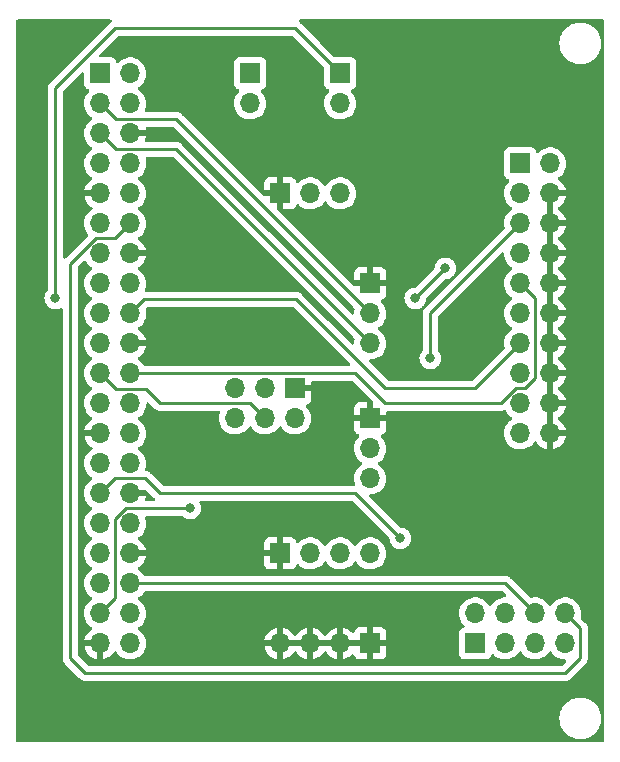
<source format=gbr>
%TF.GenerationSoftware,KiCad,Pcbnew,6.0.9-8da3e8f707~117~ubuntu22.04.1*%
%TF.CreationDate,2022-12-18T22:44:04+01:00*%
%TF.ProjectId,rpi-dev-board,7270692d-6465-4762-9d62-6f6172642e6b,rev?*%
%TF.SameCoordinates,Original*%
%TF.FileFunction,Copper,L2,Bot*%
%TF.FilePolarity,Positive*%
%FSLAX46Y46*%
G04 Gerber Fmt 4.6, Leading zero omitted, Abs format (unit mm)*
G04 Created by KiCad (PCBNEW 6.0.9-8da3e8f707~117~ubuntu22.04.1) date 2022-12-18 22:44:04*
%MOMM*%
%LPD*%
G01*
G04 APERTURE LIST*
%TA.AperFunction,ComponentPad*%
%ADD10R,1.700000X1.700000*%
%TD*%
%TA.AperFunction,ComponentPad*%
%ADD11O,1.700000X1.700000*%
%TD*%
%TA.AperFunction,ViaPad*%
%ADD12C,0.800000*%
%TD*%
%TA.AperFunction,Conductor*%
%ADD13C,0.250000*%
%TD*%
G04 APERTURE END LIST*
D10*
%TO.P,J7,1,Pin_1*%
%TO.N,Net-(J0-Pad2)*%
X109220000Y-63500000D03*
D11*
%TO.P,J7,2,Pin_2*%
%TO.N,Net-(J0-Pad4)*%
X109220000Y-66040000D03*
%TD*%
D10*
%TO.P,J6,1,Pin_1*%
%TO.N,GND*%
X113030000Y-90170000D03*
D11*
%TO.P,J6,2,Pin_2*%
%TO.N,Net-(J0-Pad26)*%
X113030000Y-92710000D03*
%TO.P,J6,3,Pin_3*%
%TO.N,Net-(J0-Pad24)*%
X110490000Y-90170000D03*
%TO.P,J6,4,Pin_4*%
%TO.N,Net-(J0-Pad21)*%
X110490000Y-92710000D03*
%TO.P,J6,5,Pin_5*%
%TO.N,Net-(J0-Pad19)*%
X107950000Y-90170000D03*
%TO.P,J6,6,Pin_6*%
%TO.N,Net-(J0-Pad23)*%
X107950000Y-92710000D03*
%TD*%
D10*
%TO.P,J9,1,Pin_1*%
%TO.N,GND*%
X119380000Y-111760000D03*
D11*
%TO.P,J9,2,Pin_2*%
X116840000Y-111760000D03*
%TO.P,J9,3,Pin_3*%
X114300000Y-111760000D03*
%TO.P,J9,4,Pin_4*%
X111760000Y-111760000D03*
%TD*%
D10*
%TO.P,J8,1,Pin_1*%
%TO.N,Net-(J0-Pad17)*%
X116840000Y-63500000D03*
D11*
%TO.P,J8,2,Pin_2*%
%TO.N,Net-(J0-Pad1)*%
X116840000Y-66040000D03*
%TD*%
D10*
%TO.P,J4,1,Pin_1*%
%TO.N,GND*%
X119380000Y-81280000D03*
D11*
%TO.P,J4,2,Pin_2*%
%TO.N,Net-(J0-Pad3)*%
X119380000Y-83820000D03*
%TO.P,J4,3,Pin_3*%
%TO.N,Net-(J0-Pad5)*%
X119380000Y-86360000D03*
%TD*%
D10*
%TO.P,J11,1,Pin_1*%
%TO.N,Net-(J0-Pad33)*%
X128270000Y-111760000D03*
D11*
%TO.P,J11,2,Pin_2*%
%TO.N,Net-(J11-Pad2)*%
X128270000Y-109220000D03*
%TO.P,J11,3,Pin_3*%
%TO.N,Net-(J0-Pad31)*%
X130810000Y-111760000D03*
%TO.P,J11,4,Pin_4*%
%TO.N,Net-(J0-Pad32)*%
X130810000Y-109220000D03*
%TO.P,J11,5,Pin_5*%
%TO.N,Net-(J0-Pad11)*%
X133350000Y-111760000D03*
%TO.P,J11,6,Pin_6*%
%TO.N,Net-(J0-Pad36)*%
X133350000Y-109220000D03*
%TO.P,J11,7,Pin_7*%
%TO.N,Net-(J0-Pad7)*%
X135890000Y-111760000D03*
%TO.P,J11,8,Pin_8*%
%TO.N,Net-(J0-Pad12)*%
X135890000Y-109220000D03*
%TD*%
D10*
%TO.P,J5,1,Pin_1*%
%TO.N,GND*%
X111760000Y-104140000D03*
D11*
%TO.P,J5,2,Pin_2*%
%TO.N,Net-(J0-Pad35)*%
X114300000Y-104140000D03*
%TO.P,J5,3,Pin_3*%
%TO.N,Net-(J0-Pad38)*%
X116840000Y-104140000D03*
%TO.P,J5,4,Pin_4*%
%TO.N,Net-(J0-Pad40)*%
X119380000Y-104140000D03*
%TD*%
D10*
%TO.P,J2,1,Pin_1*%
%TO.N,GND*%
X111760000Y-73660000D03*
D11*
%TO.P,J2,2,Pin_2*%
%TO.N,Net-(J0-Pad10)*%
X114300000Y-73660000D03*
%TO.P,J2,3,Pin_3*%
%TO.N,Net-(J0-Pad8)*%
X116840000Y-73660000D03*
%TD*%
D10*
%TO.P,J0,1,3V3*%
%TO.N,Net-(J0-Pad1)*%
X96520000Y-63500000D03*
D11*
%TO.P,J0,2,5V*%
%TO.N,Net-(J0-Pad2)*%
X99060000Y-63500000D03*
%TO.P,J0,3,SDA/GPIO2*%
%TO.N,Net-(J0-Pad3)*%
X96520000Y-66040000D03*
%TO.P,J0,4,5V*%
%TO.N,Net-(J0-Pad4)*%
X99060000Y-66040000D03*
%TO.P,J0,5,SCL/GPIO3*%
%TO.N,Net-(J0-Pad5)*%
X96520000Y-68580000D03*
%TO.P,J0,6,GND*%
%TO.N,GND*%
X99060000Y-68580000D03*
%TO.P,J0,7,GCLK0/GPIO4*%
%TO.N,Net-(J0-Pad7)*%
X96520000Y-71120000D03*
%TO.P,J0,8,GPIO14/TXD*%
%TO.N,Net-(J0-Pad8)*%
X99060000Y-71120000D03*
%TO.P,J0,9,GND*%
%TO.N,GND*%
X96520000Y-73660000D03*
%TO.P,J0,10,GPIO15/RXD*%
%TO.N,Net-(J0-Pad10)*%
X99060000Y-73660000D03*
%TO.P,J0,11,GPIO17*%
%TO.N,Net-(J0-Pad11)*%
X96520000Y-76200000D03*
%TO.P,J0,12,GPIO18/PWM0*%
%TO.N,Net-(J0-Pad12)*%
X99060000Y-76200000D03*
%TO.P,J0,13,GPIO27*%
%TO.N,Net-(J0-Pad13)*%
X96520000Y-78740000D03*
%TO.P,J0,14,GND*%
%TO.N,GND*%
X99060000Y-78740000D03*
%TO.P,J0,15,GPIO22*%
%TO.N,Net-(J0-Pad15)*%
X96520000Y-81280000D03*
%TO.P,J0,16,GPIO23*%
%TO.N,Net-(J0-Pad16)*%
X99060000Y-81280000D03*
%TO.P,J0,17,3V3*%
%TO.N,Net-(J0-Pad17)*%
X96520000Y-83820000D03*
%TO.P,J0,18,GPIO24*%
%TO.N,Net-(J0-Pad18)*%
X99060000Y-83820000D03*
%TO.P,J0,19,MOSI0/GPIO10*%
%TO.N,Net-(J0-Pad19)*%
X96520000Y-86360000D03*
%TO.P,J0,20,GND*%
%TO.N,GND*%
X99060000Y-86360000D03*
%TO.P,J0,21,MISO0/GPIO9*%
%TO.N,Net-(J0-Pad21)*%
X96520000Y-88900000D03*
%TO.P,J0,22,GPIO25*%
%TO.N,Net-(J0-Pad22)*%
X99060000Y-88900000D03*
%TO.P,J0,23,SCLK0/GPIO11*%
%TO.N,Net-(J0-Pad23)*%
X96520000Y-91440000D03*
%TO.P,J0,24,~{CE0}/GPIO8*%
%TO.N,Net-(J0-Pad24)*%
X99060000Y-91440000D03*
%TO.P,J0,25,GND*%
%TO.N,GND*%
X96520000Y-93980000D03*
%TO.P,J0,26,~{CE1}/GPIO7*%
%TO.N,Net-(J0-Pad26)*%
X99060000Y-93980000D03*
%TO.P,J0,27,ID_SD/GPIO0*%
%TO.N,Net-(J0-Pad27)*%
X96520000Y-96520000D03*
%TO.P,J0,28,ID_SC/GPIO1*%
%TO.N,Net-(J0-Pad28)*%
X99060000Y-96520000D03*
%TO.P,J0,29,GCLK1/GPIO5*%
%TO.N,Net-(J11-Pad2)*%
X96520000Y-99060000D03*
%TO.P,J0,30,GND*%
%TO.N,GND*%
X99060000Y-99060000D03*
%TO.P,J0,31,GCLK2/GPIO6*%
%TO.N,Net-(J0-Pad31)*%
X96520000Y-101600000D03*
%TO.P,J0,32,PWM0/GPIO12*%
%TO.N,Net-(J0-Pad32)*%
X99060000Y-101600000D03*
%TO.P,J0,33,PWM1/GPIO13*%
%TO.N,Net-(J0-Pad33)*%
X96520000Y-104140000D03*
%TO.P,J0,34,GND*%
%TO.N,GND*%
X99060000Y-104140000D03*
%TO.P,J0,35,GPIO19/MISO1*%
%TO.N,Net-(J0-Pad35)*%
X96520000Y-106680000D03*
%TO.P,J0,36,GPIO16*%
%TO.N,Net-(J0-Pad36)*%
X99060000Y-106680000D03*
%TO.P,J0,37,GPIO26*%
%TO.N,Net-(J0-Pad37)*%
X96520000Y-109220000D03*
%TO.P,J0,38,GPIO20/MOSI1*%
%TO.N,Net-(J0-Pad38)*%
X99060000Y-109220000D03*
%TO.P,J0,39,GND*%
%TO.N,GND*%
X96520000Y-111760000D03*
%TO.P,J0,40,GPIO21/SCLK1*%
%TO.N,Net-(J0-Pad40)*%
X99060000Y-111760000D03*
%TD*%
D10*
%TO.P,J3,1,Pin_1*%
%TO.N,GND*%
X119380000Y-92710000D03*
D11*
%TO.P,J3,2,Pin_2*%
%TO.N,Net-(J0-Pad27)*%
X119380000Y-95250000D03*
%TO.P,J3,3,Pin_3*%
%TO.N,Net-(J0-Pad28)*%
X119380000Y-97790000D03*
%TD*%
D10*
%TO.P,J1,1,VTREF*%
%TO.N,unconnected-(J1-Pad1)*%
X132080000Y-71120000D03*
D11*
%TO.P,J1,2,VCC/NC*%
%TO.N,unconnected-(J1-Pad2)*%
X134620000Y-71120000D03*
%TO.P,J1,3,~{TRST}*%
%TO.N,Net-(J0-Pad15)*%
X132080000Y-73660000D03*
%TO.P,J1,4,GND*%
%TO.N,GND*%
X134620000Y-73660000D03*
%TO.P,J1,5,TDI*%
%TO.N,Net-(J0-Pad37)*%
X132080000Y-76200000D03*
%TO.P,J1,6,GND*%
%TO.N,GND*%
X134620000Y-76200000D03*
%TO.P,J1,7,TMS/SWDIO*%
%TO.N,Net-(J0-Pad13)*%
X132080000Y-78740000D03*
%TO.P,J1,8,GND*%
%TO.N,GND*%
X134620000Y-78740000D03*
%TO.P,J1,9,TCK/SWDCLK*%
%TO.N,Net-(J0-Pad22)*%
X132080000Y-81280000D03*
%TO.P,J1,10,GND*%
%TO.N,GND*%
X134620000Y-81280000D03*
%TO.P,J1,11,RTCK*%
%TO.N,Net-(J0-Pad16)*%
X132080000Y-83820000D03*
%TO.P,J1,12,GND*%
%TO.N,GND*%
X134620000Y-83820000D03*
%TO.P,J1,13,TDO/SWO*%
%TO.N,Net-(J0-Pad18)*%
X132080000Y-86360000D03*
%TO.P,J1,14,GND*%
%TO.N,GND*%
X134620000Y-86360000D03*
%TO.P,J1,15,~{SRST}*%
%TO.N,unconnected-(J1-Pad15)*%
X132080000Y-88900000D03*
%TO.P,J1,16,GND*%
%TO.N,GND*%
X134620000Y-88900000D03*
%TO.P,J1,17,DBGRQ/NC*%
%TO.N,unconnected-(J1-Pad17)*%
X132080000Y-91440000D03*
%TO.P,J1,18,GND*%
%TO.N,GND*%
X134620000Y-91440000D03*
%TO.P,J1,19,DBGACK/NC*%
%TO.N,unconnected-(J1-Pad19)*%
X132080000Y-93980000D03*
%TO.P,J1,20,GND*%
%TO.N,GND*%
X134620000Y-93980000D03*
%TD*%
D12*
%TO.N,Net-(J0-Pad13)*%
X125730000Y-80010000D03*
X123190000Y-82550000D03*
X123190000Y-82550000D03*
X123190000Y-82550000D03*
%TO.N,Net-(J0-Pad17)*%
X92710000Y-82550000D03*
X92710000Y-82550000D03*
%TO.N,Net-(J0-Pad37)*%
X124460000Y-87630000D03*
X104140000Y-100330000D03*
X104140000Y-100330000D03*
X104140000Y-100330000D03*
%TO.N,Net-(J11-Pad2)*%
X121920000Y-102870000D03*
X121920000Y-102870000D03*
%TD*%
D13*
%TO.N,Net-(J0-Pad3)*%
X102965000Y-67405000D02*
X97885000Y-67405000D01*
X119380000Y-83820000D02*
X102965000Y-67405000D01*
X97885000Y-67405000D02*
X96520000Y-66040000D01*
%TO.N,Net-(J0-Pad5)*%
X97885000Y-69945000D02*
X96520000Y-68580000D01*
X119380000Y-86360000D02*
X102965000Y-69945000D01*
X102965000Y-69945000D02*
X97885000Y-69945000D01*
%TO.N,Net-(J0-Pad12)*%
X97790000Y-77470000D02*
X96128299Y-77470000D01*
X95250000Y-114300000D02*
X135890000Y-114300000D01*
X93980000Y-113030000D02*
X95250000Y-114300000D01*
X96128299Y-77470000D02*
X93980000Y-79618299D01*
X135890000Y-114300000D02*
X137160000Y-113030000D01*
X137160000Y-110490000D02*
X135890000Y-109220000D01*
X99060000Y-76200000D02*
X97790000Y-77470000D01*
X137160000Y-113030000D02*
X137160000Y-110490000D01*
X93980000Y-79618299D02*
X93980000Y-113030000D01*
%TO.N,Net-(J0-Pad13)*%
X125730000Y-80010000D02*
X123190000Y-82550000D01*
%TO.N,Net-(J0-Pad17)*%
X92710000Y-82550000D02*
X92710000Y-64770000D01*
X113030000Y-59690000D02*
X116840000Y-63500000D01*
X97790000Y-59690000D02*
X113030000Y-59690000D01*
X92710000Y-64770000D02*
X97790000Y-59690000D01*
%TO.N,Net-(J0-Pad18)*%
X128270000Y-90170000D02*
X132080000Y-86360000D01*
X100235000Y-82645000D02*
X113125000Y-82645000D01*
X120650000Y-90170000D02*
X128270000Y-90170000D01*
X99060000Y-83820000D02*
X100235000Y-82645000D01*
X113125000Y-82645000D02*
X120650000Y-90170000D01*
%TO.N,Net-(J0-Pad21)*%
X101600000Y-91440000D02*
X100425000Y-90265000D01*
X110490000Y-92710000D02*
X109220000Y-91440000D01*
X100425000Y-90265000D02*
X97885000Y-90265000D01*
X109220000Y-91440000D02*
X101600000Y-91440000D01*
X97885000Y-90265000D02*
X96520000Y-88900000D01*
%TO.N,Net-(J0-Pad22)*%
X120650000Y-91440000D02*
X130418299Y-91440000D01*
X133350000Y-89291701D02*
X133350000Y-82550000D01*
X133350000Y-82550000D02*
X132080000Y-81280000D01*
X99060000Y-88900000D02*
X118110000Y-88900000D01*
X132471701Y-90170000D02*
X133350000Y-89291701D01*
X118110000Y-88900000D02*
X120650000Y-91440000D01*
X130418299Y-91440000D02*
X131688299Y-90170000D01*
X131688299Y-90170000D02*
X132471701Y-90170000D01*
%TO.N,Net-(J0-Pad36)*%
X133350000Y-109220000D02*
X130810000Y-106680000D01*
X130810000Y-106680000D02*
X99060000Y-106680000D01*
%TO.N,Net-(J0-Pad37)*%
X124460000Y-83820000D02*
X124460000Y-87630000D01*
X132080000Y-76200000D02*
X124460000Y-83820000D01*
X98668299Y-100330000D02*
X97790000Y-101208299D01*
X97790000Y-107950000D02*
X96520000Y-109220000D01*
X104140000Y-100330000D02*
X98668299Y-100330000D01*
X97790000Y-101208299D02*
X97790000Y-107950000D01*
%TO.N,Net-(J11-Pad2)*%
X118110000Y-99060000D02*
X101600000Y-99060000D01*
X101600000Y-99060000D02*
X100330000Y-97790000D01*
X121920000Y-102870000D02*
X118110000Y-99060000D01*
X100330000Y-97790000D02*
X97790000Y-97790000D01*
X97790000Y-97790000D02*
X96520000Y-99060000D01*
%TD*%
%TA.AperFunction,Conductor*%
%TO.N,GND*%
G36*
X97440672Y-58948502D02*
G01*
X97487165Y-59002158D01*
X97497269Y-59072432D01*
X97467775Y-59137012D01*
X97436691Y-59162953D01*
X97425464Y-59169593D01*
X97398638Y-59185458D01*
X97384317Y-59199779D01*
X97369284Y-59212619D01*
X97352893Y-59224528D01*
X97344665Y-59234474D01*
X97324702Y-59258605D01*
X97316712Y-59267384D01*
X92317747Y-64266348D01*
X92309461Y-64273888D01*
X92302982Y-64278000D01*
X92297557Y-64283777D01*
X92256357Y-64327651D01*
X92253602Y-64330493D01*
X92233865Y-64350230D01*
X92231385Y-64353427D01*
X92223682Y-64362447D01*
X92193414Y-64394679D01*
X92189595Y-64401625D01*
X92189593Y-64401628D01*
X92183652Y-64412434D01*
X92172801Y-64428953D01*
X92160386Y-64444959D01*
X92157241Y-64452228D01*
X92157238Y-64452232D01*
X92142826Y-64485537D01*
X92137609Y-64496187D01*
X92116305Y-64534940D01*
X92114334Y-64542615D01*
X92114334Y-64542616D01*
X92111267Y-64554562D01*
X92104863Y-64573266D01*
X92096819Y-64591855D01*
X92095580Y-64599678D01*
X92095577Y-64599688D01*
X92089901Y-64635524D01*
X92087495Y-64647144D01*
X92076500Y-64689970D01*
X92076500Y-64710224D01*
X92074949Y-64729934D01*
X92071780Y-64749943D01*
X92072526Y-64757835D01*
X92075941Y-64793961D01*
X92076500Y-64805819D01*
X92076500Y-81847476D01*
X92056498Y-81915597D01*
X92044142Y-81931779D01*
X91970960Y-82013056D01*
X91951786Y-82046267D01*
X91879385Y-82171669D01*
X91875473Y-82178444D01*
X91816458Y-82360072D01*
X91796496Y-82550000D01*
X91797186Y-82556565D01*
X91811024Y-82688222D01*
X91816458Y-82739928D01*
X91875473Y-82921556D01*
X91878776Y-82927278D01*
X91878777Y-82927279D01*
X91898903Y-82962138D01*
X91970960Y-83086944D01*
X91975378Y-83091851D01*
X91975379Y-83091852D01*
X92047087Y-83171492D01*
X92098747Y-83228866D01*
X92167062Y-83278500D01*
X92239881Y-83331406D01*
X92253248Y-83341118D01*
X92259276Y-83343802D01*
X92259278Y-83343803D01*
X92418797Y-83414825D01*
X92427712Y-83418794D01*
X92521112Y-83438647D01*
X92608056Y-83457128D01*
X92608061Y-83457128D01*
X92614513Y-83458500D01*
X92805487Y-83458500D01*
X92811939Y-83457128D01*
X92811944Y-83457128D01*
X92898888Y-83438647D01*
X92992288Y-83418794D01*
X93006540Y-83412449D01*
X93166752Y-83341118D01*
X93167677Y-83343196D01*
X93226488Y-83328924D01*
X93293581Y-83352141D01*
X93337472Y-83407945D01*
X93346500Y-83454782D01*
X93346500Y-112951233D01*
X93345973Y-112962416D01*
X93344298Y-112969909D01*
X93344547Y-112977835D01*
X93344547Y-112977836D01*
X93346438Y-113037986D01*
X93346500Y-113041945D01*
X93346500Y-113069856D01*
X93346997Y-113073790D01*
X93346997Y-113073791D01*
X93347005Y-113073856D01*
X93347938Y-113085693D01*
X93349327Y-113129889D01*
X93352684Y-113141443D01*
X93354978Y-113149339D01*
X93358987Y-113168700D01*
X93361526Y-113188797D01*
X93364445Y-113196168D01*
X93364445Y-113196170D01*
X93377804Y-113229912D01*
X93381649Y-113241142D01*
X93393982Y-113283593D01*
X93398015Y-113290412D01*
X93398017Y-113290417D01*
X93404293Y-113301028D01*
X93412988Y-113318776D01*
X93420448Y-113337617D01*
X93425110Y-113344033D01*
X93425110Y-113344034D01*
X93446436Y-113373387D01*
X93452952Y-113383307D01*
X93469390Y-113411101D01*
X93475458Y-113421362D01*
X93489779Y-113435683D01*
X93502619Y-113450716D01*
X93514528Y-113467107D01*
X93548605Y-113495298D01*
X93557384Y-113503288D01*
X94746343Y-114692247D01*
X94753887Y-114700537D01*
X94758000Y-114707018D01*
X94763777Y-114712443D01*
X94807667Y-114753658D01*
X94810509Y-114756413D01*
X94830230Y-114776134D01*
X94833425Y-114778612D01*
X94842447Y-114786318D01*
X94874679Y-114816586D01*
X94881628Y-114820406D01*
X94892432Y-114826346D01*
X94908956Y-114837199D01*
X94924959Y-114849613D01*
X94965543Y-114867176D01*
X94976173Y-114872383D01*
X95014940Y-114893695D01*
X95022617Y-114895666D01*
X95022622Y-114895668D01*
X95034558Y-114898732D01*
X95053266Y-114905137D01*
X95071855Y-114913181D01*
X95079683Y-114914421D01*
X95079690Y-114914423D01*
X95115524Y-114920099D01*
X95127144Y-114922505D01*
X95158959Y-114930673D01*
X95169970Y-114933500D01*
X95190224Y-114933500D01*
X95209934Y-114935051D01*
X95229943Y-114938220D01*
X95237835Y-114937474D01*
X95256580Y-114935702D01*
X95273962Y-114934059D01*
X95285819Y-114933500D01*
X135811233Y-114933500D01*
X135822416Y-114934027D01*
X135829909Y-114935702D01*
X135837835Y-114935453D01*
X135837836Y-114935453D01*
X135897986Y-114933562D01*
X135901945Y-114933500D01*
X135929856Y-114933500D01*
X135933791Y-114933003D01*
X135933856Y-114932995D01*
X135945693Y-114932062D01*
X135977951Y-114931048D01*
X135981970Y-114930922D01*
X135989889Y-114930673D01*
X136009343Y-114925021D01*
X136028700Y-114921013D01*
X136040930Y-114919468D01*
X136040931Y-114919468D01*
X136048797Y-114918474D01*
X136056168Y-114915555D01*
X136056170Y-114915555D01*
X136089912Y-114902196D01*
X136101142Y-114898351D01*
X136135983Y-114888229D01*
X136135984Y-114888229D01*
X136143593Y-114886018D01*
X136150412Y-114881985D01*
X136150417Y-114881983D01*
X136161028Y-114875707D01*
X136178776Y-114867012D01*
X136197617Y-114859552D01*
X136217987Y-114844753D01*
X136233387Y-114833564D01*
X136243307Y-114827048D01*
X136274535Y-114808580D01*
X136274538Y-114808578D01*
X136281362Y-114804542D01*
X136295683Y-114790221D01*
X136310717Y-114777380D01*
X136312432Y-114776134D01*
X136327107Y-114765472D01*
X136355298Y-114731395D01*
X136363288Y-114722616D01*
X137552247Y-113533657D01*
X137560537Y-113526113D01*
X137567018Y-113522000D01*
X137613659Y-113472332D01*
X137616413Y-113469491D01*
X137636134Y-113449770D01*
X137638612Y-113446575D01*
X137646318Y-113437553D01*
X137671158Y-113411101D01*
X137676586Y-113405321D01*
X137686346Y-113387568D01*
X137697199Y-113371045D01*
X137704753Y-113361306D01*
X137709613Y-113355041D01*
X137727176Y-113314457D01*
X137732383Y-113303827D01*
X137753695Y-113265060D01*
X137755666Y-113257383D01*
X137755668Y-113257378D01*
X137758732Y-113245442D01*
X137765138Y-113226730D01*
X137770033Y-113215419D01*
X137773181Y-113208145D01*
X137774421Y-113200317D01*
X137774423Y-113200310D01*
X137780099Y-113164476D01*
X137782505Y-113152856D01*
X137791528Y-113117711D01*
X137791528Y-113117710D01*
X137793500Y-113110030D01*
X137793500Y-113089776D01*
X137795051Y-113070065D01*
X137795052Y-113070062D01*
X137798220Y-113050057D01*
X137794059Y-113006038D01*
X137793500Y-112994181D01*
X137793500Y-110568767D01*
X137794027Y-110557584D01*
X137795702Y-110550091D01*
X137795428Y-110541358D01*
X137793562Y-110482014D01*
X137793500Y-110478055D01*
X137793500Y-110450144D01*
X137792995Y-110446144D01*
X137792062Y-110434301D01*
X137791941Y-110430432D01*
X137790673Y-110390110D01*
X137785022Y-110370658D01*
X137781014Y-110351306D01*
X137779467Y-110339063D01*
X137778474Y-110331203D01*
X137775556Y-110323832D01*
X137762200Y-110290097D01*
X137758355Y-110278870D01*
X137753213Y-110261173D01*
X137746018Y-110236407D01*
X137741984Y-110229585D01*
X137741981Y-110229579D01*
X137735706Y-110218968D01*
X137727010Y-110201218D01*
X137722472Y-110189756D01*
X137722469Y-110189751D01*
X137719552Y-110182383D01*
X137693573Y-110146625D01*
X137687057Y-110136707D01*
X137668575Y-110105457D01*
X137664542Y-110098637D01*
X137650218Y-110084313D01*
X137637376Y-110069278D01*
X137625472Y-110052893D01*
X137591406Y-110024711D01*
X137582627Y-110016722D01*
X137241218Y-109675313D01*
X137207192Y-109613001D01*
X137209755Y-109549589D01*
X137220865Y-109513022D01*
X137222370Y-109508069D01*
X137251529Y-109286590D01*
X137253156Y-109220000D01*
X137234852Y-108997361D01*
X137180431Y-108780702D01*
X137091354Y-108575840D01*
X136970014Y-108388277D01*
X136819670Y-108223051D01*
X136815619Y-108219852D01*
X136815615Y-108219848D01*
X136648414Y-108087800D01*
X136648410Y-108087798D01*
X136644359Y-108084598D01*
X136448789Y-107976638D01*
X136443920Y-107974914D01*
X136443916Y-107974912D01*
X136243087Y-107903795D01*
X136243083Y-107903794D01*
X136238212Y-107902069D01*
X136233119Y-107901162D01*
X136233116Y-107901161D01*
X136023373Y-107863800D01*
X136023367Y-107863799D01*
X136018284Y-107862894D01*
X135944452Y-107861992D01*
X135800081Y-107860228D01*
X135800079Y-107860228D01*
X135794911Y-107860165D01*
X135574091Y-107893955D01*
X135361756Y-107963357D01*
X135163607Y-108066507D01*
X135159474Y-108069610D01*
X135159471Y-108069612D01*
X135135247Y-108087800D01*
X134984965Y-108200635D01*
X134830629Y-108362138D01*
X134723201Y-108519621D01*
X134668293Y-108564621D01*
X134597768Y-108572792D01*
X134534021Y-108541538D01*
X134513324Y-108517054D01*
X134432822Y-108392617D01*
X134432820Y-108392614D01*
X134430014Y-108388277D01*
X134279670Y-108223051D01*
X134275619Y-108219852D01*
X134275615Y-108219848D01*
X134108414Y-108087800D01*
X134108410Y-108087798D01*
X134104359Y-108084598D01*
X133908789Y-107976638D01*
X133903920Y-107974914D01*
X133903916Y-107974912D01*
X133703087Y-107903795D01*
X133703083Y-107903794D01*
X133698212Y-107902069D01*
X133693119Y-107901162D01*
X133693116Y-107901161D01*
X133483373Y-107863800D01*
X133483367Y-107863799D01*
X133478284Y-107862894D01*
X133404452Y-107861992D01*
X133260081Y-107860228D01*
X133260079Y-107860228D01*
X133254911Y-107860165D01*
X133034091Y-107893955D01*
X133021532Y-107898060D01*
X132950568Y-107900210D01*
X132893294Y-107867389D01*
X131313652Y-106287747D01*
X131306112Y-106279461D01*
X131302000Y-106272982D01*
X131252348Y-106226356D01*
X131249507Y-106223602D01*
X131229770Y-106203865D01*
X131226573Y-106201385D01*
X131217551Y-106193680D01*
X131191100Y-106168841D01*
X131185321Y-106163414D01*
X131178375Y-106159595D01*
X131178372Y-106159593D01*
X131167566Y-106153652D01*
X131151047Y-106142801D01*
X131150583Y-106142441D01*
X131135041Y-106130386D01*
X131127772Y-106127241D01*
X131127768Y-106127238D01*
X131094463Y-106112826D01*
X131083813Y-106107609D01*
X131045060Y-106086305D01*
X131025437Y-106081267D01*
X131006734Y-106074863D01*
X130995420Y-106069967D01*
X130995419Y-106069967D01*
X130988145Y-106066819D01*
X130980322Y-106065580D01*
X130980312Y-106065577D01*
X130944476Y-106059901D01*
X130932856Y-106057495D01*
X130897711Y-106048472D01*
X130897710Y-106048472D01*
X130890030Y-106046500D01*
X130869776Y-106046500D01*
X130850065Y-106044949D01*
X130837886Y-106043020D01*
X130830057Y-106041780D01*
X130822165Y-106042526D01*
X130786039Y-106045941D01*
X130774181Y-106046500D01*
X100336805Y-106046500D01*
X100268684Y-106026498D01*
X100231013Y-105988940D01*
X100142822Y-105852617D01*
X100142820Y-105852614D01*
X100140014Y-105848277D01*
X99989670Y-105683051D01*
X99985619Y-105679852D01*
X99985615Y-105679848D01*
X99818414Y-105547800D01*
X99818410Y-105547798D01*
X99814359Y-105544598D01*
X99772569Y-105521529D01*
X99722598Y-105471097D01*
X99707826Y-105401654D01*
X99732942Y-105335248D01*
X99760294Y-105308641D01*
X99935328Y-105183792D01*
X99943200Y-105177139D01*
X100086168Y-105034669D01*
X110402001Y-105034669D01*
X110402371Y-105041490D01*
X110407895Y-105092352D01*
X110411521Y-105107604D01*
X110456676Y-105228054D01*
X110465214Y-105243649D01*
X110541715Y-105345724D01*
X110554276Y-105358285D01*
X110656351Y-105434786D01*
X110671946Y-105443324D01*
X110792394Y-105488478D01*
X110807649Y-105492105D01*
X110858514Y-105497631D01*
X110865328Y-105498000D01*
X111487885Y-105498000D01*
X111503124Y-105493525D01*
X111504329Y-105492135D01*
X111506000Y-105484452D01*
X111506000Y-105479884D01*
X112014000Y-105479884D01*
X112018475Y-105495123D01*
X112019865Y-105496328D01*
X112027548Y-105497999D01*
X112654669Y-105497999D01*
X112661490Y-105497629D01*
X112712352Y-105492105D01*
X112727604Y-105488479D01*
X112848054Y-105443324D01*
X112863649Y-105434786D01*
X112965724Y-105358285D01*
X112978285Y-105345724D01*
X113054786Y-105243649D01*
X113063324Y-105228054D01*
X113104225Y-105118952D01*
X113146867Y-105062188D01*
X113213428Y-105037488D01*
X113282777Y-105052696D01*
X113317444Y-105080684D01*
X113342865Y-105110031D01*
X113342869Y-105110035D01*
X113346250Y-105113938D01*
X113518126Y-105256632D01*
X113711000Y-105369338D01*
X113919692Y-105449030D01*
X113924760Y-105450061D01*
X113924763Y-105450062D01*
X114028154Y-105471097D01*
X114138597Y-105493567D01*
X114143772Y-105493757D01*
X114143774Y-105493757D01*
X114356673Y-105501564D01*
X114356677Y-105501564D01*
X114361837Y-105501753D01*
X114366957Y-105501097D01*
X114366959Y-105501097D01*
X114578288Y-105474025D01*
X114578289Y-105474025D01*
X114583416Y-105473368D01*
X114590986Y-105471097D01*
X114792429Y-105410661D01*
X114792434Y-105410659D01*
X114797384Y-105409174D01*
X114997994Y-105310896D01*
X115179860Y-105181173D01*
X115338096Y-105023489D01*
X115397594Y-104940689D01*
X115468453Y-104842077D01*
X115469776Y-104843028D01*
X115516645Y-104799857D01*
X115586580Y-104787625D01*
X115652026Y-104815144D01*
X115679875Y-104846994D01*
X115739987Y-104945088D01*
X115886250Y-105113938D01*
X116058126Y-105256632D01*
X116251000Y-105369338D01*
X116459692Y-105449030D01*
X116464760Y-105450061D01*
X116464763Y-105450062D01*
X116568154Y-105471097D01*
X116678597Y-105493567D01*
X116683772Y-105493757D01*
X116683774Y-105493757D01*
X116896673Y-105501564D01*
X116896677Y-105501564D01*
X116901837Y-105501753D01*
X116906957Y-105501097D01*
X116906959Y-105501097D01*
X117118288Y-105474025D01*
X117118289Y-105474025D01*
X117123416Y-105473368D01*
X117130986Y-105471097D01*
X117332429Y-105410661D01*
X117332434Y-105410659D01*
X117337384Y-105409174D01*
X117537994Y-105310896D01*
X117719860Y-105181173D01*
X117878096Y-105023489D01*
X117937594Y-104940689D01*
X118008453Y-104842077D01*
X118009776Y-104843028D01*
X118056645Y-104799857D01*
X118126580Y-104787625D01*
X118192026Y-104815144D01*
X118219875Y-104846994D01*
X118279987Y-104945088D01*
X118426250Y-105113938D01*
X118598126Y-105256632D01*
X118791000Y-105369338D01*
X118999692Y-105449030D01*
X119004760Y-105450061D01*
X119004763Y-105450062D01*
X119108154Y-105471097D01*
X119218597Y-105493567D01*
X119223772Y-105493757D01*
X119223774Y-105493757D01*
X119436673Y-105501564D01*
X119436677Y-105501564D01*
X119441837Y-105501753D01*
X119446957Y-105501097D01*
X119446959Y-105501097D01*
X119658288Y-105474025D01*
X119658289Y-105474025D01*
X119663416Y-105473368D01*
X119670986Y-105471097D01*
X119872429Y-105410661D01*
X119872434Y-105410659D01*
X119877384Y-105409174D01*
X120077994Y-105310896D01*
X120259860Y-105181173D01*
X120418096Y-105023489D01*
X120477594Y-104940689D01*
X120545435Y-104846277D01*
X120548453Y-104842077D01*
X120569320Y-104799857D01*
X120645136Y-104646453D01*
X120645137Y-104646451D01*
X120647430Y-104641811D01*
X120712370Y-104428069D01*
X120741529Y-104206590D01*
X120743156Y-104140000D01*
X120724852Y-103917361D01*
X120670431Y-103700702D01*
X120581354Y-103495840D01*
X120523845Y-103406944D01*
X120462822Y-103312617D01*
X120462820Y-103312614D01*
X120460014Y-103308277D01*
X120309670Y-103143051D01*
X120305619Y-103139852D01*
X120305615Y-103139848D01*
X120138414Y-103007800D01*
X120138410Y-103007798D01*
X120134359Y-103004598D01*
X119938789Y-102896638D01*
X119933920Y-102894914D01*
X119933916Y-102894912D01*
X119733087Y-102823795D01*
X119733083Y-102823794D01*
X119728212Y-102822069D01*
X119723119Y-102821162D01*
X119723116Y-102821161D01*
X119513373Y-102783800D01*
X119513367Y-102783799D01*
X119508284Y-102782894D01*
X119434452Y-102781992D01*
X119290081Y-102780228D01*
X119290079Y-102780228D01*
X119284911Y-102780165D01*
X119064091Y-102813955D01*
X118851756Y-102883357D01*
X118653607Y-102986507D01*
X118649474Y-102989610D01*
X118649471Y-102989612D01*
X118479100Y-103117530D01*
X118474965Y-103120635D01*
X118320629Y-103282138D01*
X118213201Y-103439621D01*
X118158293Y-103484621D01*
X118087768Y-103492792D01*
X118024021Y-103461538D01*
X118003324Y-103437054D01*
X117922822Y-103312617D01*
X117922820Y-103312614D01*
X117920014Y-103308277D01*
X117769670Y-103143051D01*
X117765619Y-103139852D01*
X117765615Y-103139848D01*
X117598414Y-103007800D01*
X117598410Y-103007798D01*
X117594359Y-103004598D01*
X117398789Y-102896638D01*
X117393920Y-102894914D01*
X117393916Y-102894912D01*
X117193087Y-102823795D01*
X117193083Y-102823794D01*
X117188212Y-102822069D01*
X117183119Y-102821162D01*
X117183116Y-102821161D01*
X116973373Y-102783800D01*
X116973367Y-102783799D01*
X116968284Y-102782894D01*
X116894452Y-102781992D01*
X116750081Y-102780228D01*
X116750079Y-102780228D01*
X116744911Y-102780165D01*
X116524091Y-102813955D01*
X116311756Y-102883357D01*
X116113607Y-102986507D01*
X116109474Y-102989610D01*
X116109471Y-102989612D01*
X115939100Y-103117530D01*
X115934965Y-103120635D01*
X115780629Y-103282138D01*
X115673201Y-103439621D01*
X115618293Y-103484621D01*
X115547768Y-103492792D01*
X115484021Y-103461538D01*
X115463324Y-103437054D01*
X115382822Y-103312617D01*
X115382820Y-103312614D01*
X115380014Y-103308277D01*
X115229670Y-103143051D01*
X115225619Y-103139852D01*
X115225615Y-103139848D01*
X115058414Y-103007800D01*
X115058410Y-103007798D01*
X115054359Y-103004598D01*
X114858789Y-102896638D01*
X114853920Y-102894914D01*
X114853916Y-102894912D01*
X114653087Y-102823795D01*
X114653083Y-102823794D01*
X114648212Y-102822069D01*
X114643119Y-102821162D01*
X114643116Y-102821161D01*
X114433373Y-102783800D01*
X114433367Y-102783799D01*
X114428284Y-102782894D01*
X114354452Y-102781992D01*
X114210081Y-102780228D01*
X114210079Y-102780228D01*
X114204911Y-102780165D01*
X113984091Y-102813955D01*
X113771756Y-102883357D01*
X113573607Y-102986507D01*
X113569474Y-102989610D01*
X113569471Y-102989612D01*
X113399100Y-103117530D01*
X113394965Y-103120635D01*
X113391393Y-103124373D01*
X113313898Y-103205466D01*
X113252374Y-103240895D01*
X113181462Y-103237438D01*
X113123676Y-103196192D01*
X113104823Y-103162644D01*
X113063324Y-103051946D01*
X113054786Y-103036351D01*
X112978285Y-102934276D01*
X112965724Y-102921715D01*
X112863649Y-102845214D01*
X112848054Y-102836676D01*
X112727606Y-102791522D01*
X112712351Y-102787895D01*
X112661486Y-102782369D01*
X112654672Y-102782000D01*
X112032115Y-102782000D01*
X112016876Y-102786475D01*
X112015671Y-102787865D01*
X112014000Y-102795548D01*
X112014000Y-105479884D01*
X111506000Y-105479884D01*
X111506000Y-104412115D01*
X111501525Y-104396876D01*
X111500135Y-104395671D01*
X111492452Y-104394000D01*
X110420116Y-104394000D01*
X110404877Y-104398475D01*
X110403672Y-104399865D01*
X110402001Y-104407548D01*
X110402001Y-105034669D01*
X100086168Y-105034669D01*
X100094052Y-105026812D01*
X100100730Y-105018965D01*
X100225003Y-104846020D01*
X100230313Y-104837183D01*
X100324670Y-104646267D01*
X100328469Y-104636672D01*
X100390377Y-104432910D01*
X100392555Y-104422837D01*
X100393986Y-104411962D01*
X100391775Y-104397778D01*
X100378617Y-104394000D01*
X98932000Y-104394000D01*
X98863879Y-104373998D01*
X98817386Y-104320342D01*
X98806000Y-104268000D01*
X98806000Y-104012000D01*
X98826002Y-103943879D01*
X98879658Y-103897386D01*
X98932000Y-103886000D01*
X100378344Y-103886000D01*
X100391875Y-103882027D01*
X100393180Y-103872947D01*
X100391909Y-103867885D01*
X110402000Y-103867885D01*
X110406475Y-103883124D01*
X110407865Y-103884329D01*
X110415548Y-103886000D01*
X111487885Y-103886000D01*
X111503124Y-103881525D01*
X111504329Y-103880135D01*
X111506000Y-103872452D01*
X111506000Y-102800116D01*
X111501525Y-102784877D01*
X111500135Y-102783672D01*
X111492452Y-102782001D01*
X110865331Y-102782001D01*
X110858510Y-102782371D01*
X110807648Y-102787895D01*
X110792396Y-102791521D01*
X110671946Y-102836676D01*
X110656351Y-102845214D01*
X110554276Y-102921715D01*
X110541715Y-102934276D01*
X110465214Y-103036351D01*
X110456676Y-103051946D01*
X110411522Y-103172394D01*
X110407895Y-103187649D01*
X110402369Y-103238514D01*
X110402000Y-103245328D01*
X110402000Y-103867885D01*
X100391909Y-103867885D01*
X100351214Y-103705875D01*
X100347894Y-103696124D01*
X100262972Y-103500814D01*
X100258105Y-103491739D01*
X100142426Y-103312926D01*
X100136136Y-103304757D01*
X99992806Y-103147240D01*
X99985273Y-103140215D01*
X99818139Y-103008222D01*
X99809556Y-103002520D01*
X99772602Y-102982120D01*
X99722631Y-102931687D01*
X99707859Y-102862245D01*
X99732975Y-102795839D01*
X99760327Y-102769232D01*
X99783797Y-102752491D01*
X99939860Y-102641173D01*
X100098096Y-102483489D01*
X100157594Y-102400689D01*
X100225435Y-102306277D01*
X100228453Y-102302077D01*
X100327430Y-102101811D01*
X100392370Y-101888069D01*
X100421529Y-101666590D01*
X100423156Y-101600000D01*
X100404852Y-101377361D01*
X100350431Y-101160702D01*
X100341318Y-101139743D01*
X100332497Y-101069297D01*
X100363163Y-101005265D01*
X100423579Y-100967977D01*
X100456867Y-100963500D01*
X103431800Y-100963500D01*
X103499921Y-100983502D01*
X103519147Y-100999843D01*
X103519420Y-100999540D01*
X103524332Y-101003963D01*
X103528747Y-101008866D01*
X103683248Y-101121118D01*
X103689276Y-101123802D01*
X103689278Y-101123803D01*
X103851681Y-101196109D01*
X103857712Y-101198794D01*
X103951112Y-101218647D01*
X104038056Y-101237128D01*
X104038061Y-101237128D01*
X104044513Y-101238500D01*
X104235487Y-101238500D01*
X104241939Y-101237128D01*
X104241944Y-101237128D01*
X104328887Y-101218647D01*
X104422288Y-101198794D01*
X104428319Y-101196109D01*
X104590722Y-101123803D01*
X104590724Y-101123802D01*
X104596752Y-101121118D01*
X104751253Y-101008866D01*
X104825254Y-100926680D01*
X104874621Y-100871852D01*
X104874622Y-100871851D01*
X104879040Y-100866944D01*
X104951097Y-100742138D01*
X104971223Y-100707279D01*
X104971224Y-100707278D01*
X104974527Y-100701556D01*
X105033542Y-100519928D01*
X105039620Y-100462104D01*
X105052814Y-100336565D01*
X105053504Y-100330000D01*
X105033542Y-100140072D01*
X104974527Y-99958444D01*
X104930681Y-99882500D01*
X104913943Y-99813504D01*
X104937164Y-99746413D01*
X104992971Y-99702526D01*
X105039800Y-99693500D01*
X117795406Y-99693500D01*
X117863527Y-99713502D01*
X117884501Y-99730405D01*
X120972878Y-102818782D01*
X121006904Y-102881094D01*
X121009092Y-102894703D01*
X121013156Y-102933368D01*
X121021024Y-103008222D01*
X121026458Y-103059928D01*
X121085473Y-103241556D01*
X121088776Y-103247278D01*
X121088777Y-103247279D01*
X121108903Y-103282138D01*
X121180960Y-103406944D01*
X121185378Y-103411851D01*
X121185379Y-103411852D01*
X121257087Y-103491492D01*
X121308747Y-103548866D01*
X121407843Y-103620864D01*
X121449881Y-103651406D01*
X121463248Y-103661118D01*
X121469276Y-103663802D01*
X121469278Y-103663803D01*
X121563426Y-103705720D01*
X121637712Y-103738794D01*
X121731112Y-103758647D01*
X121818056Y-103777128D01*
X121818061Y-103777128D01*
X121824513Y-103778500D01*
X122015487Y-103778500D01*
X122021939Y-103777128D01*
X122021944Y-103777128D01*
X122108887Y-103758647D01*
X122202288Y-103738794D01*
X122276574Y-103705720D01*
X122370722Y-103663803D01*
X122370724Y-103663802D01*
X122376752Y-103661118D01*
X122390120Y-103651406D01*
X122432157Y-103620864D01*
X122531253Y-103548866D01*
X122582913Y-103491492D01*
X122654621Y-103411852D01*
X122654622Y-103411851D01*
X122659040Y-103406944D01*
X122731097Y-103282138D01*
X122751223Y-103247279D01*
X122751224Y-103247278D01*
X122754527Y-103241556D01*
X122813542Y-103059928D01*
X122818977Y-103008222D01*
X122832814Y-102876565D01*
X122833504Y-102870000D01*
X122826159Y-102800116D01*
X122814232Y-102686635D01*
X122814232Y-102686633D01*
X122813542Y-102680072D01*
X122754527Y-102498444D01*
X122659040Y-102333056D01*
X122631147Y-102302077D01*
X122535675Y-102196045D01*
X122535674Y-102196044D01*
X122531253Y-102191134D01*
X122408311Y-102101811D01*
X122382094Y-102082763D01*
X122382093Y-102082762D01*
X122376752Y-102078882D01*
X122370724Y-102076198D01*
X122370722Y-102076197D01*
X122208319Y-102003891D01*
X122208318Y-102003891D01*
X122202288Y-102001206D01*
X122108887Y-101981353D01*
X122021944Y-101962872D01*
X122021939Y-101962872D01*
X122015487Y-101961500D01*
X121959594Y-101961500D01*
X121891473Y-101941498D01*
X121870499Y-101924595D01*
X119311318Y-99365413D01*
X119277292Y-99303101D01*
X119282357Y-99232285D01*
X119324904Y-99175450D01*
X119391424Y-99150639D01*
X119405024Y-99150403D01*
X119421698Y-99151015D01*
X119436674Y-99151564D01*
X119436678Y-99151564D01*
X119441837Y-99151753D01*
X119446957Y-99151097D01*
X119446959Y-99151097D01*
X119658288Y-99124025D01*
X119658289Y-99124025D01*
X119663416Y-99123368D01*
X119668366Y-99121883D01*
X119872429Y-99060661D01*
X119872434Y-99060659D01*
X119877384Y-99059174D01*
X120077994Y-98960896D01*
X120259860Y-98831173D01*
X120280313Y-98810792D01*
X120414435Y-98677137D01*
X120418096Y-98673489D01*
X120548453Y-98492077D01*
X120599103Y-98389595D01*
X120645136Y-98296453D01*
X120645137Y-98296451D01*
X120647430Y-98291811D01*
X120712370Y-98078069D01*
X120741529Y-97856590D01*
X120743156Y-97790000D01*
X120724852Y-97567361D01*
X120670431Y-97350702D01*
X120581354Y-97145840D01*
X120460014Y-96958277D01*
X120309670Y-96793051D01*
X120305619Y-96789852D01*
X120305615Y-96789848D01*
X120138414Y-96657800D01*
X120138410Y-96657798D01*
X120134359Y-96654598D01*
X120093053Y-96631796D01*
X120043084Y-96581364D01*
X120028312Y-96511921D01*
X120053428Y-96445516D01*
X120080780Y-96418909D01*
X120124603Y-96387650D01*
X120259860Y-96291173D01*
X120418096Y-96133489D01*
X120477594Y-96050689D01*
X120545435Y-95956277D01*
X120548453Y-95952077D01*
X120586132Y-95875840D01*
X120645136Y-95756453D01*
X120645137Y-95756451D01*
X120647430Y-95751811D01*
X120712370Y-95538069D01*
X120741529Y-95316590D01*
X120741611Y-95313240D01*
X120743074Y-95253365D01*
X120743074Y-95253361D01*
X120743156Y-95250000D01*
X120724852Y-95027361D01*
X120670431Y-94810702D01*
X120581354Y-94605840D01*
X120497911Y-94476857D01*
X120462822Y-94422617D01*
X120462820Y-94422614D01*
X120460014Y-94418277D01*
X120456540Y-94414459D01*
X120456533Y-94414450D01*
X120312435Y-94256088D01*
X120281383Y-94192242D01*
X120289779Y-94121744D01*
X120334956Y-94066976D01*
X120361400Y-94053307D01*
X120468052Y-94013325D01*
X120483649Y-94004786D01*
X120585724Y-93928285D01*
X120598285Y-93915724D01*
X120674786Y-93813649D01*
X120683324Y-93798054D01*
X120728478Y-93677606D01*
X120732105Y-93662351D01*
X120737631Y-93611486D01*
X120738000Y-93604672D01*
X120738000Y-92982115D01*
X120733525Y-92966876D01*
X120732135Y-92965671D01*
X120724452Y-92964000D01*
X118040116Y-92964000D01*
X118024877Y-92968475D01*
X118023672Y-92969865D01*
X118022001Y-92977548D01*
X118022001Y-93604669D01*
X118022371Y-93611490D01*
X118027895Y-93662352D01*
X118031521Y-93677604D01*
X118076676Y-93798054D01*
X118085214Y-93813649D01*
X118161715Y-93915724D01*
X118174276Y-93928285D01*
X118276351Y-94004786D01*
X118291946Y-94013324D01*
X118400827Y-94054142D01*
X118457591Y-94096784D01*
X118482291Y-94163345D01*
X118467083Y-94232694D01*
X118447691Y-94259175D01*
X118324928Y-94387639D01*
X118320629Y-94392138D01*
X118194743Y-94576680D01*
X118100688Y-94779305D01*
X118040989Y-94994570D01*
X118017251Y-95216695D01*
X118017548Y-95221848D01*
X118017548Y-95221851D01*
X118025889Y-95366507D01*
X118030110Y-95439715D01*
X118031247Y-95444761D01*
X118031248Y-95444767D01*
X118051119Y-95532939D01*
X118079222Y-95657639D01*
X118163266Y-95864616D01*
X118165965Y-95869020D01*
X118265475Y-96031406D01*
X118279987Y-96055088D01*
X118426250Y-96223938D01*
X118598126Y-96366632D01*
X118668595Y-96407811D01*
X118671445Y-96409476D01*
X118720169Y-96461114D01*
X118733240Y-96530897D01*
X118706509Y-96596669D01*
X118666055Y-96630027D01*
X118653607Y-96636507D01*
X118649474Y-96639610D01*
X118649471Y-96639612D01*
X118549374Y-96714767D01*
X118474965Y-96770635D01*
X118471393Y-96774373D01*
X118329748Y-96922596D01*
X118320629Y-96932138D01*
X118194743Y-97116680D01*
X118156011Y-97200121D01*
X118119471Y-97278841D01*
X118100688Y-97319305D01*
X118040989Y-97534570D01*
X118017251Y-97756695D01*
X118017548Y-97761848D01*
X118017548Y-97761851D01*
X118023011Y-97856590D01*
X118030110Y-97979715D01*
X118031247Y-97984761D01*
X118031248Y-97984767D01*
X118051119Y-98072939D01*
X118079222Y-98197639D01*
X118081164Y-98202422D01*
X118081167Y-98202431D01*
X118101740Y-98253095D01*
X118108837Y-98323736D01*
X118076615Y-98387000D01*
X118015306Y-98422801D01*
X117984998Y-98426500D01*
X101914595Y-98426500D01*
X101846474Y-98406498D01*
X101825500Y-98389595D01*
X100833652Y-97397747D01*
X100826112Y-97389461D01*
X100822000Y-97382982D01*
X100772348Y-97336356D01*
X100769507Y-97333602D01*
X100749770Y-97313865D01*
X100746573Y-97311385D01*
X100737551Y-97303680D01*
X100711100Y-97278841D01*
X100705321Y-97273414D01*
X100698375Y-97269595D01*
X100698372Y-97269593D01*
X100687566Y-97263652D01*
X100671047Y-97252801D01*
X100670583Y-97252441D01*
X100655041Y-97240386D01*
X100647772Y-97237241D01*
X100647768Y-97237238D01*
X100614463Y-97222826D01*
X100603813Y-97217609D01*
X100565060Y-97196305D01*
X100545437Y-97191267D01*
X100526734Y-97184863D01*
X100515420Y-97179967D01*
X100515419Y-97179967D01*
X100508145Y-97176819D01*
X100500322Y-97175580D01*
X100500312Y-97175577D01*
X100464476Y-97169901D01*
X100452856Y-97167495D01*
X100422935Y-97159813D01*
X100361928Y-97123499D01*
X100330238Y-97059967D01*
X100333709Y-97001143D01*
X100345415Y-96962617D01*
X100392370Y-96808069D01*
X100421529Y-96586590D01*
X100423156Y-96520000D01*
X100404852Y-96297361D01*
X100350431Y-96080702D01*
X100261354Y-95875840D01*
X100140014Y-95688277D01*
X99989670Y-95523051D01*
X99985619Y-95519852D01*
X99985615Y-95519848D01*
X99818414Y-95387800D01*
X99818410Y-95387798D01*
X99814359Y-95384598D01*
X99773053Y-95361796D01*
X99723084Y-95311364D01*
X99708312Y-95241921D01*
X99733428Y-95175516D01*
X99760780Y-95148909D01*
X99804603Y-95117650D01*
X99939860Y-95021173D01*
X100098096Y-94863489D01*
X100157594Y-94780689D01*
X100225435Y-94686277D01*
X100228453Y-94682077D01*
X100241995Y-94654678D01*
X100325136Y-94486453D01*
X100325137Y-94486451D01*
X100327430Y-94481811D01*
X100392370Y-94268069D01*
X100421529Y-94046590D01*
X100422177Y-94020062D01*
X100423074Y-93983365D01*
X100423074Y-93983361D01*
X100423156Y-93980000D01*
X100404852Y-93757361D01*
X100350431Y-93540702D01*
X100261354Y-93335840D01*
X100140014Y-93148277D01*
X99989670Y-92983051D01*
X99985619Y-92979852D01*
X99985615Y-92979848D01*
X99818414Y-92847800D01*
X99818410Y-92847798D01*
X99814359Y-92844598D01*
X99773053Y-92821796D01*
X99723084Y-92771364D01*
X99708312Y-92701921D01*
X99733428Y-92635516D01*
X99760780Y-92608909D01*
X99804603Y-92577650D01*
X99939860Y-92481173D01*
X100098096Y-92323489D01*
X100157594Y-92240689D01*
X100225435Y-92146277D01*
X100228453Y-92142077D01*
X100233741Y-92131379D01*
X100325136Y-91946453D01*
X100325137Y-91946451D01*
X100327430Y-91941811D01*
X100392370Y-91728069D01*
X100421529Y-91506590D01*
X100421657Y-91501364D01*
X100422676Y-91459655D01*
X100444336Y-91392043D01*
X100499111Y-91346875D01*
X100569611Y-91338491D01*
X100637733Y-91373638D01*
X101096353Y-91832258D01*
X101103887Y-91840537D01*
X101108000Y-91847018D01*
X101157651Y-91893643D01*
X101160493Y-91896398D01*
X101180230Y-91916135D01*
X101183427Y-91918615D01*
X101192447Y-91926318D01*
X101224679Y-91956586D01*
X101231625Y-91960405D01*
X101231628Y-91960407D01*
X101242434Y-91966348D01*
X101258953Y-91977199D01*
X101274959Y-91989614D01*
X101282228Y-91992759D01*
X101282232Y-91992762D01*
X101315537Y-92007174D01*
X101326187Y-92012391D01*
X101364940Y-92033695D01*
X101372615Y-92035666D01*
X101372616Y-92035666D01*
X101384562Y-92038733D01*
X101403267Y-92045137D01*
X101421855Y-92053181D01*
X101429678Y-92054420D01*
X101429688Y-92054423D01*
X101465524Y-92060099D01*
X101477144Y-92062505D01*
X101508959Y-92070673D01*
X101519970Y-92073500D01*
X101540224Y-92073500D01*
X101559934Y-92075051D01*
X101579943Y-92078220D01*
X101587835Y-92077474D01*
X101606580Y-92075702D01*
X101623962Y-92074059D01*
X101635819Y-92073500D01*
X106551527Y-92073500D01*
X106619648Y-92093502D01*
X106666141Y-92147158D01*
X106676245Y-92217432D01*
X106670745Y-92239182D01*
X106670688Y-92239305D01*
X106610989Y-92454570D01*
X106587251Y-92676695D01*
X106587548Y-92681848D01*
X106587548Y-92681851D01*
X106595617Y-92821797D01*
X106600110Y-92899715D01*
X106601247Y-92904761D01*
X106601248Y-92904767D01*
X106619835Y-92987240D01*
X106649222Y-93117639D01*
X106687461Y-93211811D01*
X106715180Y-93280074D01*
X106733266Y-93324616D01*
X106784019Y-93407438D01*
X106847291Y-93510688D01*
X106849987Y-93515088D01*
X106996250Y-93683938D01*
X107168126Y-93826632D01*
X107361000Y-93939338D01*
X107569692Y-94019030D01*
X107574760Y-94020061D01*
X107574763Y-94020062D01*
X107682017Y-94041883D01*
X107788597Y-94063567D01*
X107793772Y-94063757D01*
X107793774Y-94063757D01*
X108006673Y-94071564D01*
X108006677Y-94071564D01*
X108011837Y-94071753D01*
X108016957Y-94071097D01*
X108016959Y-94071097D01*
X108228288Y-94044025D01*
X108228289Y-94044025D01*
X108233416Y-94043368D01*
X108238366Y-94041883D01*
X108442429Y-93980661D01*
X108442434Y-93980659D01*
X108447384Y-93979174D01*
X108647994Y-93880896D01*
X108829860Y-93751173D01*
X108866980Y-93714183D01*
X108984435Y-93597137D01*
X108988096Y-93593489D01*
X109047594Y-93510689D01*
X109118453Y-93412077D01*
X109119776Y-93413028D01*
X109166645Y-93369857D01*
X109236580Y-93357625D01*
X109302026Y-93385144D01*
X109329875Y-93416994D01*
X109389987Y-93515088D01*
X109536250Y-93683938D01*
X109708126Y-93826632D01*
X109901000Y-93939338D01*
X110109692Y-94019030D01*
X110114760Y-94020061D01*
X110114763Y-94020062D01*
X110222017Y-94041883D01*
X110328597Y-94063567D01*
X110333772Y-94063757D01*
X110333774Y-94063757D01*
X110546673Y-94071564D01*
X110546677Y-94071564D01*
X110551837Y-94071753D01*
X110556957Y-94071097D01*
X110556959Y-94071097D01*
X110768288Y-94044025D01*
X110768289Y-94044025D01*
X110773416Y-94043368D01*
X110778366Y-94041883D01*
X110982429Y-93980661D01*
X110982434Y-93980659D01*
X110987384Y-93979174D01*
X111187994Y-93880896D01*
X111369860Y-93751173D01*
X111406980Y-93714183D01*
X111524435Y-93597137D01*
X111528096Y-93593489D01*
X111587594Y-93510689D01*
X111658453Y-93412077D01*
X111659776Y-93413028D01*
X111706645Y-93369857D01*
X111776580Y-93357625D01*
X111842026Y-93385144D01*
X111869875Y-93416994D01*
X111929987Y-93515088D01*
X112076250Y-93683938D01*
X112248126Y-93826632D01*
X112441000Y-93939338D01*
X112649692Y-94019030D01*
X112654760Y-94020061D01*
X112654763Y-94020062D01*
X112762017Y-94041883D01*
X112868597Y-94063567D01*
X112873772Y-94063757D01*
X112873774Y-94063757D01*
X113086673Y-94071564D01*
X113086677Y-94071564D01*
X113091837Y-94071753D01*
X113096957Y-94071097D01*
X113096959Y-94071097D01*
X113308288Y-94044025D01*
X113308289Y-94044025D01*
X113313416Y-94043368D01*
X113318366Y-94041883D01*
X113522429Y-93980661D01*
X113522434Y-93980659D01*
X113527384Y-93979174D01*
X113727994Y-93880896D01*
X113909860Y-93751173D01*
X113946980Y-93714183D01*
X114064435Y-93597137D01*
X114068096Y-93593489D01*
X114127594Y-93510689D01*
X114195435Y-93416277D01*
X114198453Y-93412077D01*
X114219320Y-93369857D01*
X114295136Y-93216453D01*
X114295137Y-93216451D01*
X114297430Y-93211811D01*
X114362370Y-92998069D01*
X114391529Y-92776590D01*
X114391657Y-92771364D01*
X114393074Y-92713365D01*
X114393074Y-92713361D01*
X114393156Y-92710000D01*
X114374852Y-92487361D01*
X114362424Y-92437885D01*
X118022000Y-92437885D01*
X118026475Y-92453124D01*
X118027865Y-92454329D01*
X118035548Y-92456000D01*
X119107885Y-92456000D01*
X119123124Y-92451525D01*
X119124329Y-92450135D01*
X119126000Y-92442452D01*
X119126000Y-91370116D01*
X119121525Y-91354877D01*
X119120135Y-91353672D01*
X119112452Y-91352001D01*
X118485331Y-91352001D01*
X118478510Y-91352371D01*
X118427648Y-91357895D01*
X118412396Y-91361521D01*
X118291946Y-91406676D01*
X118276351Y-91415214D01*
X118174276Y-91491715D01*
X118161715Y-91504276D01*
X118085214Y-91606351D01*
X118076676Y-91621946D01*
X118031522Y-91742394D01*
X118027895Y-91757649D01*
X118022369Y-91808514D01*
X118022000Y-91815328D01*
X118022000Y-92437885D01*
X114362424Y-92437885D01*
X114320431Y-92270702D01*
X114231354Y-92065840D01*
X114163146Y-91960407D01*
X114112822Y-91882617D01*
X114112820Y-91882614D01*
X114110014Y-91878277D01*
X114106538Y-91874457D01*
X114106533Y-91874450D01*
X113962435Y-91716088D01*
X113931383Y-91652242D01*
X113939779Y-91581744D01*
X113984956Y-91526976D01*
X114011400Y-91513307D01*
X114118052Y-91473325D01*
X114133649Y-91464786D01*
X114235724Y-91388285D01*
X114248285Y-91375724D01*
X114324786Y-91273649D01*
X114333324Y-91258054D01*
X114378478Y-91137606D01*
X114382105Y-91122351D01*
X114387631Y-91071486D01*
X114388000Y-91064672D01*
X114388000Y-90442115D01*
X114383525Y-90426876D01*
X114382135Y-90425671D01*
X114374452Y-90424000D01*
X112902000Y-90424000D01*
X112833879Y-90403998D01*
X112787386Y-90350342D01*
X112776000Y-90298000D01*
X112776000Y-90042000D01*
X112796002Y-89973879D01*
X112849658Y-89927386D01*
X112902000Y-89916000D01*
X114369884Y-89916000D01*
X114385123Y-89911525D01*
X114386328Y-89910135D01*
X114387999Y-89902452D01*
X114387999Y-89659500D01*
X114408001Y-89591379D01*
X114461657Y-89544886D01*
X114513999Y-89533500D01*
X117795406Y-89533500D01*
X117863527Y-89553502D01*
X117884501Y-89570405D01*
X119597095Y-91282999D01*
X119631121Y-91345311D01*
X119634000Y-91372094D01*
X119634000Y-92437885D01*
X119638475Y-92453124D01*
X119639865Y-92454329D01*
X119647548Y-92456000D01*
X120719884Y-92456000D01*
X120735123Y-92451525D01*
X120736328Y-92450135D01*
X120737999Y-92442452D01*
X120737999Y-92199500D01*
X120758001Y-92131379D01*
X120811657Y-92084886D01*
X120863999Y-92073500D01*
X130339532Y-92073500D01*
X130350715Y-92074027D01*
X130358208Y-92075702D01*
X130366134Y-92075453D01*
X130366135Y-92075453D01*
X130426285Y-92073562D01*
X130430244Y-92073500D01*
X130458155Y-92073500D01*
X130462090Y-92073003D01*
X130462155Y-92072995D01*
X130473992Y-92072062D01*
X130506250Y-92071048D01*
X130510269Y-92070922D01*
X130518188Y-92070673D01*
X130537642Y-92065021D01*
X130556999Y-92061013D01*
X130569229Y-92059468D01*
X130569230Y-92059468D01*
X130577096Y-92058474D01*
X130584467Y-92055555D01*
X130584469Y-92055555D01*
X130618211Y-92042196D01*
X130629441Y-92038351D01*
X130664282Y-92028229D01*
X130664283Y-92028229D01*
X130671892Y-92026018D01*
X130678711Y-92021985D01*
X130678716Y-92021983D01*
X130689327Y-92015707D01*
X130707101Y-92007001D01*
X130710833Y-92005524D01*
X130781534Y-91999054D01*
X130844509Y-92031835D01*
X130864633Y-92056847D01*
X130881815Y-92084886D01*
X130979987Y-92245088D01*
X131126250Y-92413938D01*
X131298126Y-92556632D01*
X131368595Y-92597811D01*
X131371445Y-92599476D01*
X131420169Y-92651114D01*
X131433240Y-92720897D01*
X131406509Y-92786669D01*
X131366055Y-92820027D01*
X131353607Y-92826507D01*
X131349474Y-92829610D01*
X131349471Y-92829612D01*
X131249374Y-92904767D01*
X131174965Y-92960635D01*
X131169001Y-92966876D01*
X131029748Y-93112596D01*
X131020629Y-93122138D01*
X131017715Y-93126410D01*
X131017714Y-93126411D01*
X131005404Y-93144457D01*
X130894743Y-93306680D01*
X130800688Y-93509305D01*
X130740989Y-93724570D01*
X130717251Y-93946695D01*
X130717548Y-93951848D01*
X130717548Y-93951851D01*
X130724186Y-94066976D01*
X130730110Y-94169715D01*
X130731247Y-94174761D01*
X130731248Y-94174767D01*
X130742031Y-94222614D01*
X130779222Y-94387639D01*
X130863266Y-94594616D01*
X130865965Y-94599020D01*
X130977291Y-94780688D01*
X130979987Y-94785088D01*
X131126250Y-94953938D01*
X131298126Y-95096632D01*
X131491000Y-95209338D01*
X131699692Y-95289030D01*
X131704760Y-95290061D01*
X131704763Y-95290062D01*
X131799862Y-95309410D01*
X131918597Y-95333567D01*
X131923772Y-95333757D01*
X131923774Y-95333757D01*
X132136673Y-95341564D01*
X132136677Y-95341564D01*
X132141837Y-95341753D01*
X132146957Y-95341097D01*
X132146959Y-95341097D01*
X132358288Y-95314025D01*
X132358289Y-95314025D01*
X132363416Y-95313368D01*
X132368366Y-95311883D01*
X132572429Y-95250661D01*
X132572434Y-95250659D01*
X132577384Y-95249174D01*
X132777994Y-95150896D01*
X132959860Y-95021173D01*
X133118096Y-94863489D01*
X133177594Y-94780689D01*
X133248453Y-94682077D01*
X133249640Y-94682930D01*
X133296960Y-94639362D01*
X133366897Y-94627145D01*
X133432338Y-94654678D01*
X133460166Y-94686511D01*
X133517694Y-94780388D01*
X133523777Y-94788699D01*
X133663213Y-94949667D01*
X133670580Y-94956883D01*
X133834434Y-95092916D01*
X133842881Y-95098831D01*
X134026756Y-95206279D01*
X134036042Y-95210729D01*
X134235001Y-95286703D01*
X134244899Y-95289579D01*
X134348250Y-95310606D01*
X134362299Y-95309410D01*
X134366000Y-95299065D01*
X134366000Y-95298517D01*
X134874000Y-95298517D01*
X134878064Y-95312359D01*
X134891478Y-95314393D01*
X134898184Y-95313534D01*
X134908262Y-95311392D01*
X135112255Y-95250191D01*
X135121842Y-95246433D01*
X135313095Y-95152739D01*
X135321945Y-95147464D01*
X135495328Y-95023792D01*
X135503200Y-95017139D01*
X135654052Y-94866812D01*
X135660730Y-94858965D01*
X135785003Y-94686020D01*
X135790313Y-94677183D01*
X135884670Y-94486267D01*
X135888469Y-94476672D01*
X135950377Y-94272910D01*
X135952555Y-94262837D01*
X135953986Y-94251962D01*
X135951775Y-94237778D01*
X135938617Y-94234000D01*
X134892115Y-94234000D01*
X134876876Y-94238475D01*
X134875671Y-94239865D01*
X134874000Y-94247548D01*
X134874000Y-95298517D01*
X134366000Y-95298517D01*
X134366000Y-93707885D01*
X134874000Y-93707885D01*
X134878475Y-93723124D01*
X134879865Y-93724329D01*
X134887548Y-93726000D01*
X135938344Y-93726000D01*
X135951875Y-93722027D01*
X135953180Y-93712947D01*
X135911214Y-93545875D01*
X135907894Y-93536124D01*
X135822972Y-93340814D01*
X135818105Y-93331739D01*
X135702426Y-93152926D01*
X135696136Y-93144757D01*
X135552806Y-92987240D01*
X135545273Y-92980215D01*
X135378139Y-92848222D01*
X135369552Y-92842517D01*
X135332116Y-92821851D01*
X135282146Y-92771419D01*
X135267374Y-92701976D01*
X135292490Y-92635571D01*
X135319842Y-92608964D01*
X135495327Y-92483792D01*
X135503200Y-92477139D01*
X135654052Y-92326812D01*
X135660730Y-92318965D01*
X135785003Y-92146020D01*
X135790313Y-92137183D01*
X135884670Y-91946267D01*
X135888469Y-91936672D01*
X135950377Y-91732910D01*
X135952555Y-91722837D01*
X135953986Y-91711962D01*
X135951775Y-91697778D01*
X135938617Y-91694000D01*
X134892115Y-91694000D01*
X134876876Y-91698475D01*
X134875671Y-91699865D01*
X134874000Y-91707548D01*
X134874000Y-93707885D01*
X134366000Y-93707885D01*
X134366000Y-91167885D01*
X134874000Y-91167885D01*
X134878475Y-91183124D01*
X134879865Y-91184329D01*
X134887548Y-91186000D01*
X135938344Y-91186000D01*
X135951875Y-91182027D01*
X135953180Y-91172947D01*
X135911214Y-91005875D01*
X135907894Y-90996124D01*
X135822972Y-90800814D01*
X135818105Y-90791739D01*
X135702426Y-90612926D01*
X135696136Y-90604757D01*
X135552806Y-90447240D01*
X135545273Y-90440215D01*
X135378139Y-90308222D01*
X135369552Y-90302517D01*
X135332116Y-90281851D01*
X135282146Y-90231419D01*
X135267374Y-90161976D01*
X135292490Y-90095571D01*
X135319842Y-90068964D01*
X135495327Y-89943792D01*
X135503200Y-89937139D01*
X135654052Y-89786812D01*
X135660730Y-89778965D01*
X135785003Y-89606020D01*
X135790313Y-89597183D01*
X135884670Y-89406267D01*
X135888469Y-89396672D01*
X135950377Y-89192910D01*
X135952555Y-89182837D01*
X135953986Y-89171962D01*
X135951775Y-89157778D01*
X135938617Y-89154000D01*
X134892115Y-89154000D01*
X134876876Y-89158475D01*
X134875671Y-89159865D01*
X134874000Y-89167548D01*
X134874000Y-91167885D01*
X134366000Y-91167885D01*
X134366000Y-88627885D01*
X134874000Y-88627885D01*
X134878475Y-88643124D01*
X134879865Y-88644329D01*
X134887548Y-88646000D01*
X135938344Y-88646000D01*
X135951875Y-88642027D01*
X135953180Y-88632947D01*
X135911214Y-88465875D01*
X135907894Y-88456124D01*
X135822972Y-88260814D01*
X135818105Y-88251739D01*
X135702426Y-88072926D01*
X135696136Y-88064757D01*
X135552806Y-87907240D01*
X135545273Y-87900215D01*
X135378139Y-87768222D01*
X135369552Y-87762517D01*
X135332116Y-87741851D01*
X135282146Y-87691419D01*
X135267374Y-87621976D01*
X135292490Y-87555571D01*
X135319842Y-87528964D01*
X135495327Y-87403792D01*
X135503200Y-87397139D01*
X135654052Y-87246812D01*
X135660730Y-87238965D01*
X135785003Y-87066020D01*
X135790313Y-87057183D01*
X135884670Y-86866267D01*
X135888469Y-86856672D01*
X135950377Y-86652910D01*
X135952555Y-86642837D01*
X135953986Y-86631962D01*
X135951775Y-86617778D01*
X135938617Y-86614000D01*
X134892115Y-86614000D01*
X134876876Y-86618475D01*
X134875671Y-86619865D01*
X134874000Y-86627548D01*
X134874000Y-88627885D01*
X134366000Y-88627885D01*
X134366000Y-86087885D01*
X134874000Y-86087885D01*
X134878475Y-86103124D01*
X134879865Y-86104329D01*
X134887548Y-86106000D01*
X135938344Y-86106000D01*
X135951875Y-86102027D01*
X135953180Y-86092947D01*
X135911214Y-85925875D01*
X135907894Y-85916124D01*
X135822972Y-85720814D01*
X135818105Y-85711739D01*
X135702426Y-85532926D01*
X135696136Y-85524757D01*
X135552806Y-85367240D01*
X135545273Y-85360215D01*
X135378139Y-85228222D01*
X135369552Y-85222517D01*
X135332116Y-85201851D01*
X135282146Y-85151419D01*
X135267374Y-85081976D01*
X135292490Y-85015571D01*
X135319842Y-84988964D01*
X135495327Y-84863792D01*
X135503200Y-84857139D01*
X135654052Y-84706812D01*
X135660730Y-84698965D01*
X135785003Y-84526020D01*
X135790313Y-84517183D01*
X135884670Y-84326267D01*
X135888469Y-84316672D01*
X135950377Y-84112910D01*
X135952555Y-84102837D01*
X135953986Y-84091962D01*
X135951775Y-84077778D01*
X135938617Y-84074000D01*
X134892115Y-84074000D01*
X134876876Y-84078475D01*
X134875671Y-84079865D01*
X134874000Y-84087548D01*
X134874000Y-86087885D01*
X134366000Y-86087885D01*
X134366000Y-83547885D01*
X134874000Y-83547885D01*
X134878475Y-83563124D01*
X134879865Y-83564329D01*
X134887548Y-83566000D01*
X135938344Y-83566000D01*
X135951875Y-83562027D01*
X135953180Y-83552947D01*
X135911214Y-83385875D01*
X135907894Y-83376124D01*
X135822972Y-83180814D01*
X135818105Y-83171739D01*
X135702426Y-82992926D01*
X135696136Y-82984757D01*
X135552806Y-82827240D01*
X135545273Y-82820215D01*
X135378139Y-82688222D01*
X135369552Y-82682517D01*
X135332116Y-82661851D01*
X135282146Y-82611419D01*
X135267374Y-82541976D01*
X135292490Y-82475571D01*
X135319842Y-82448964D01*
X135495327Y-82323792D01*
X135503200Y-82317139D01*
X135654052Y-82166812D01*
X135660730Y-82158965D01*
X135785003Y-81986020D01*
X135790313Y-81977183D01*
X135884670Y-81786267D01*
X135888469Y-81776672D01*
X135950377Y-81572910D01*
X135952555Y-81562837D01*
X135953986Y-81551962D01*
X135951775Y-81537778D01*
X135938617Y-81534000D01*
X134892115Y-81534000D01*
X134876876Y-81538475D01*
X134875671Y-81539865D01*
X134874000Y-81547548D01*
X134874000Y-83547885D01*
X134366000Y-83547885D01*
X134366000Y-81007885D01*
X134874000Y-81007885D01*
X134878475Y-81023124D01*
X134879865Y-81024329D01*
X134887548Y-81026000D01*
X135938344Y-81026000D01*
X135951875Y-81022027D01*
X135953180Y-81012947D01*
X135911214Y-80845875D01*
X135907894Y-80836124D01*
X135822972Y-80640814D01*
X135818105Y-80631739D01*
X135702426Y-80452926D01*
X135696136Y-80444757D01*
X135552806Y-80287240D01*
X135545273Y-80280215D01*
X135378139Y-80148222D01*
X135369552Y-80142517D01*
X135332116Y-80121851D01*
X135282146Y-80071419D01*
X135267374Y-80001976D01*
X135292490Y-79935571D01*
X135319842Y-79908964D01*
X135495327Y-79783792D01*
X135503200Y-79777139D01*
X135654052Y-79626812D01*
X135660730Y-79618965D01*
X135785003Y-79446020D01*
X135790313Y-79437183D01*
X135884670Y-79246267D01*
X135888469Y-79236672D01*
X135950377Y-79032910D01*
X135952555Y-79022837D01*
X135953986Y-79011962D01*
X135951775Y-78997778D01*
X135938617Y-78994000D01*
X134892115Y-78994000D01*
X134876876Y-78998475D01*
X134875671Y-78999865D01*
X134874000Y-79007548D01*
X134874000Y-81007885D01*
X134366000Y-81007885D01*
X134366000Y-78467885D01*
X134874000Y-78467885D01*
X134878475Y-78483124D01*
X134879865Y-78484329D01*
X134887548Y-78486000D01*
X135938344Y-78486000D01*
X135951875Y-78482027D01*
X135953180Y-78472947D01*
X135911214Y-78305875D01*
X135907894Y-78296124D01*
X135822972Y-78100814D01*
X135818105Y-78091739D01*
X135702426Y-77912926D01*
X135696136Y-77904757D01*
X135552806Y-77747240D01*
X135545273Y-77740215D01*
X135378139Y-77608222D01*
X135369552Y-77602517D01*
X135332116Y-77581851D01*
X135282146Y-77531419D01*
X135267374Y-77461976D01*
X135292490Y-77395571D01*
X135319842Y-77368964D01*
X135495327Y-77243792D01*
X135503200Y-77237139D01*
X135654052Y-77086812D01*
X135660730Y-77078965D01*
X135785003Y-76906020D01*
X135790313Y-76897183D01*
X135884670Y-76706267D01*
X135888469Y-76696672D01*
X135950377Y-76492910D01*
X135952555Y-76482837D01*
X135953986Y-76471962D01*
X135951775Y-76457778D01*
X135938617Y-76454000D01*
X134892115Y-76454000D01*
X134876876Y-76458475D01*
X134875671Y-76459865D01*
X134874000Y-76467548D01*
X134874000Y-78467885D01*
X134366000Y-78467885D01*
X134366000Y-75927885D01*
X134874000Y-75927885D01*
X134878475Y-75943124D01*
X134879865Y-75944329D01*
X134887548Y-75946000D01*
X135938344Y-75946000D01*
X135951875Y-75942027D01*
X135953180Y-75932947D01*
X135911214Y-75765875D01*
X135907894Y-75756124D01*
X135822972Y-75560814D01*
X135818105Y-75551739D01*
X135702426Y-75372926D01*
X135696136Y-75364757D01*
X135552806Y-75207240D01*
X135545273Y-75200215D01*
X135378139Y-75068222D01*
X135369552Y-75062517D01*
X135332116Y-75041851D01*
X135282146Y-74991419D01*
X135267374Y-74921976D01*
X135292490Y-74855571D01*
X135319842Y-74828964D01*
X135495327Y-74703792D01*
X135503200Y-74697139D01*
X135654052Y-74546812D01*
X135660730Y-74538965D01*
X135785003Y-74366020D01*
X135790313Y-74357183D01*
X135884670Y-74166267D01*
X135888469Y-74156672D01*
X135950377Y-73952910D01*
X135952555Y-73942837D01*
X135953986Y-73931962D01*
X135951775Y-73917778D01*
X135938617Y-73914000D01*
X134892115Y-73914000D01*
X134876876Y-73918475D01*
X134875671Y-73919865D01*
X134874000Y-73927548D01*
X134874000Y-75927885D01*
X134366000Y-75927885D01*
X134366000Y-73532000D01*
X134386002Y-73463879D01*
X134439658Y-73417386D01*
X134492000Y-73406000D01*
X135938344Y-73406000D01*
X135951875Y-73402027D01*
X135953180Y-73392947D01*
X135911214Y-73225875D01*
X135907894Y-73216124D01*
X135822972Y-73020814D01*
X135818105Y-73011739D01*
X135702426Y-72832926D01*
X135696136Y-72824757D01*
X135552806Y-72667240D01*
X135545273Y-72660215D01*
X135378139Y-72528222D01*
X135369556Y-72522520D01*
X135332602Y-72502120D01*
X135282631Y-72451687D01*
X135267859Y-72382245D01*
X135292975Y-72315839D01*
X135320327Y-72289232D01*
X135343797Y-72272491D01*
X135499860Y-72161173D01*
X135658096Y-72003489D01*
X135717594Y-71920689D01*
X135785435Y-71826277D01*
X135788453Y-71822077D01*
X135809320Y-71779857D01*
X135885136Y-71626453D01*
X135885137Y-71626451D01*
X135887430Y-71621811D01*
X135952370Y-71408069D01*
X135981529Y-71186590D01*
X135983156Y-71120000D01*
X135964852Y-70897361D01*
X135910431Y-70680702D01*
X135821354Y-70475840D01*
X135700014Y-70288277D01*
X135549670Y-70123051D01*
X135545619Y-70119852D01*
X135545615Y-70119848D01*
X135378414Y-69987800D01*
X135378410Y-69987798D01*
X135374359Y-69984598D01*
X135178789Y-69876638D01*
X135173920Y-69874914D01*
X135173916Y-69874912D01*
X134973087Y-69803795D01*
X134973083Y-69803794D01*
X134968212Y-69802069D01*
X134963119Y-69801162D01*
X134963116Y-69801161D01*
X134753373Y-69763800D01*
X134753367Y-69763799D01*
X134748284Y-69762894D01*
X134674452Y-69761992D01*
X134530081Y-69760228D01*
X134530079Y-69760228D01*
X134524911Y-69760165D01*
X134304091Y-69793955D01*
X134091756Y-69863357D01*
X133893607Y-69966507D01*
X133889474Y-69969610D01*
X133889471Y-69969612D01*
X133719100Y-70097530D01*
X133714965Y-70100635D01*
X133658537Y-70159684D01*
X133634283Y-70185064D01*
X133572759Y-70220494D01*
X133501846Y-70217037D01*
X133444060Y-70175791D01*
X133425207Y-70142243D01*
X133383767Y-70031703D01*
X133380615Y-70023295D01*
X133293261Y-69906739D01*
X133176705Y-69819385D01*
X133040316Y-69768255D01*
X132978134Y-69761500D01*
X131181866Y-69761500D01*
X131119684Y-69768255D01*
X130983295Y-69819385D01*
X130866739Y-69906739D01*
X130779385Y-70023295D01*
X130728255Y-70159684D01*
X130721500Y-70221866D01*
X130721500Y-72018134D01*
X130728255Y-72080316D01*
X130779385Y-72216705D01*
X130866739Y-72333261D01*
X130983295Y-72420615D01*
X130991704Y-72423767D01*
X130991705Y-72423768D01*
X131100451Y-72464535D01*
X131157216Y-72507176D01*
X131181916Y-72573738D01*
X131166709Y-72643087D01*
X131147316Y-72669568D01*
X131093899Y-72725466D01*
X131020629Y-72802138D01*
X131017720Y-72806403D01*
X131017714Y-72806411D01*
X131005409Y-72824450D01*
X130894743Y-72986680D01*
X130800688Y-73189305D01*
X130740989Y-73404570D01*
X130717251Y-73626695D01*
X130717548Y-73631848D01*
X130717548Y-73631851D01*
X130723011Y-73726590D01*
X130730110Y-73849715D01*
X130731247Y-73854761D01*
X130731248Y-73854767D01*
X130745449Y-73917778D01*
X130779222Y-74067639D01*
X130863266Y-74274616D01*
X130913863Y-74357183D01*
X130977291Y-74460688D01*
X130979987Y-74465088D01*
X131126250Y-74633938D01*
X131298126Y-74776632D01*
X131368595Y-74817811D01*
X131371445Y-74819476D01*
X131420169Y-74871114D01*
X131433240Y-74940897D01*
X131406509Y-75006669D01*
X131366055Y-75040027D01*
X131353607Y-75046507D01*
X131349474Y-75049610D01*
X131349471Y-75049612D01*
X131325247Y-75067800D01*
X131174965Y-75180635D01*
X131020629Y-75342138D01*
X130894743Y-75526680D01*
X130800688Y-75729305D01*
X130740989Y-75944570D01*
X130717251Y-76166695D01*
X130717548Y-76171848D01*
X130717548Y-76171851D01*
X130723011Y-76266590D01*
X130730110Y-76389715D01*
X130731247Y-76394761D01*
X130731248Y-76394767D01*
X130763453Y-76537668D01*
X130758917Y-76608520D01*
X130729631Y-76654464D01*
X126543511Y-80840584D01*
X126520147Y-80853342D01*
X126514322Y-80868304D01*
X126503637Y-80880458D01*
X124067747Y-83316348D01*
X124059461Y-83323888D01*
X124052982Y-83328000D01*
X124047557Y-83333777D01*
X124006357Y-83377651D01*
X124003602Y-83380493D01*
X124003511Y-83380584D01*
X123993258Y-83386183D01*
X123992858Y-83387648D01*
X123983660Y-83400067D01*
X123983867Y-83400228D01*
X123983865Y-83400230D01*
X123981385Y-83403427D01*
X123973682Y-83412447D01*
X123943414Y-83444679D01*
X123939595Y-83451625D01*
X123939593Y-83451628D01*
X123933652Y-83462434D01*
X123922801Y-83478953D01*
X123910386Y-83494959D01*
X123907241Y-83502228D01*
X123907238Y-83502232D01*
X123892826Y-83535537D01*
X123887609Y-83546187D01*
X123866305Y-83584940D01*
X123864334Y-83592615D01*
X123864334Y-83592616D01*
X123861267Y-83604562D01*
X123854863Y-83623266D01*
X123846819Y-83641855D01*
X123845580Y-83649678D01*
X123845577Y-83649688D01*
X123839901Y-83685524D01*
X123837495Y-83697144D01*
X123826500Y-83739970D01*
X123826500Y-83760224D01*
X123824949Y-83779934D01*
X123821780Y-83799943D01*
X123822526Y-83807835D01*
X123825941Y-83843961D01*
X123826500Y-83855819D01*
X123826500Y-86927476D01*
X123806498Y-86995597D01*
X123794142Y-87011779D01*
X123720960Y-87093056D01*
X123625473Y-87258444D01*
X123566458Y-87440072D01*
X123546496Y-87630000D01*
X123547186Y-87636565D01*
X123561024Y-87768222D01*
X123566458Y-87819928D01*
X123625473Y-88001556D01*
X123628776Y-88007278D01*
X123628777Y-88007279D01*
X123648903Y-88042138D01*
X123720960Y-88166944D01*
X123725378Y-88171851D01*
X123725379Y-88171852D01*
X123844325Y-88303955D01*
X123848747Y-88308866D01*
X123947843Y-88380864D01*
X123989881Y-88411406D01*
X124003248Y-88421118D01*
X124009276Y-88423802D01*
X124009278Y-88423803D01*
X124081873Y-88456124D01*
X124177712Y-88498794D01*
X124271113Y-88518647D01*
X124358056Y-88537128D01*
X124358061Y-88537128D01*
X124364513Y-88538500D01*
X124555487Y-88538500D01*
X124561939Y-88537128D01*
X124561944Y-88537128D01*
X124648887Y-88518647D01*
X124742288Y-88498794D01*
X124838127Y-88456124D01*
X124910722Y-88423803D01*
X124910724Y-88423802D01*
X124916752Y-88421118D01*
X124930120Y-88411406D01*
X124972157Y-88380864D01*
X125071253Y-88308866D01*
X125075675Y-88303955D01*
X125194621Y-88171852D01*
X125194622Y-88171851D01*
X125199040Y-88166944D01*
X125271097Y-88042138D01*
X125291223Y-88007279D01*
X125291224Y-88007278D01*
X125294527Y-88001556D01*
X125353542Y-87819928D01*
X125358977Y-87768222D01*
X125372814Y-87636565D01*
X125373504Y-87630000D01*
X125353542Y-87440072D01*
X125294527Y-87258444D01*
X125199040Y-87093056D01*
X125125863Y-87011785D01*
X125095147Y-86947779D01*
X125093500Y-86927476D01*
X125093500Y-84134594D01*
X125113502Y-84066473D01*
X125130405Y-84045499D01*
X130505019Y-78670885D01*
X130567331Y-78636859D01*
X130638146Y-78641924D01*
X130694982Y-78684471D01*
X130719905Y-78752727D01*
X130730110Y-78929715D01*
X130731247Y-78934761D01*
X130731248Y-78934767D01*
X130744597Y-78994000D01*
X130779222Y-79147639D01*
X130863266Y-79354616D01*
X130865965Y-79359020D01*
X130977291Y-79540688D01*
X130979987Y-79545088D01*
X131126250Y-79713938D01*
X131298126Y-79856632D01*
X131312056Y-79864772D01*
X131371445Y-79899476D01*
X131420169Y-79951114D01*
X131433240Y-80020897D01*
X131406509Y-80086669D01*
X131366055Y-80120027D01*
X131353607Y-80126507D01*
X131349474Y-80129610D01*
X131349471Y-80129612D01*
X131179100Y-80257530D01*
X131174965Y-80260635D01*
X131020629Y-80422138D01*
X130894743Y-80606680D01*
X130857339Y-80687261D01*
X130806290Y-80797237D01*
X130800688Y-80809305D01*
X130740989Y-81024570D01*
X130717251Y-81246695D01*
X130717548Y-81251848D01*
X130717548Y-81251851D01*
X130723011Y-81346590D01*
X130730110Y-81469715D01*
X130731247Y-81474761D01*
X130731248Y-81474767D01*
X130745449Y-81537778D01*
X130779222Y-81687639D01*
X130863266Y-81894616D01*
X130913863Y-81977183D01*
X130977291Y-82080688D01*
X130979987Y-82085088D01*
X131126250Y-82253938D01*
X131298126Y-82396632D01*
X131368595Y-82437811D01*
X131371445Y-82439476D01*
X131420169Y-82491114D01*
X131433240Y-82560897D01*
X131406509Y-82626669D01*
X131366055Y-82660027D01*
X131353607Y-82666507D01*
X131349474Y-82669610D01*
X131349471Y-82669612D01*
X131179100Y-82797530D01*
X131174965Y-82800635D01*
X131020629Y-82962138D01*
X130894743Y-83146680D01*
X130858873Y-83223955D01*
X130803524Y-83343196D01*
X130800688Y-83349305D01*
X130740989Y-83564570D01*
X130717251Y-83786695D01*
X130717548Y-83791848D01*
X130717548Y-83791851D01*
X130723011Y-83886590D01*
X130730110Y-84009715D01*
X130731247Y-84014761D01*
X130731248Y-84014767D01*
X130738174Y-84045499D01*
X130779222Y-84227639D01*
X130863266Y-84434616D01*
X130913863Y-84517183D01*
X130977291Y-84620688D01*
X130979987Y-84625088D01*
X131126250Y-84793938D01*
X131298126Y-84936632D01*
X131368595Y-84977811D01*
X131371445Y-84979476D01*
X131420169Y-85031114D01*
X131433240Y-85100897D01*
X131406509Y-85166669D01*
X131366055Y-85200027D01*
X131353607Y-85206507D01*
X131349474Y-85209610D01*
X131349471Y-85209612D01*
X131325247Y-85227800D01*
X131174965Y-85340635D01*
X131020629Y-85502138D01*
X130894743Y-85686680D01*
X130800688Y-85889305D01*
X130740989Y-86104570D01*
X130717251Y-86326695D01*
X130717548Y-86331848D01*
X130717548Y-86331851D01*
X130723011Y-86426590D01*
X130730110Y-86549715D01*
X130731247Y-86554761D01*
X130731248Y-86554767D01*
X130763453Y-86697668D01*
X130758917Y-86768520D01*
X130729631Y-86814464D01*
X128044500Y-89499595D01*
X127982188Y-89533621D01*
X127955405Y-89536500D01*
X120964594Y-89536500D01*
X120896473Y-89516498D01*
X120875499Y-89499595D01*
X119311317Y-87935413D01*
X119277291Y-87873101D01*
X119282356Y-87802286D01*
X119324903Y-87745450D01*
X119391423Y-87720639D01*
X119405024Y-87720403D01*
X119420845Y-87720983D01*
X119436674Y-87721564D01*
X119436678Y-87721564D01*
X119441837Y-87721753D01*
X119446957Y-87721097D01*
X119446959Y-87721097D01*
X119658288Y-87694025D01*
X119658289Y-87694025D01*
X119663416Y-87693368D01*
X119668366Y-87691883D01*
X119872429Y-87630661D01*
X119872434Y-87630659D01*
X119877384Y-87629174D01*
X120077994Y-87530896D01*
X120259860Y-87401173D01*
X120418096Y-87243489D01*
X120477594Y-87160689D01*
X120545435Y-87066277D01*
X120548453Y-87062077D01*
X120561995Y-87034678D01*
X120645136Y-86866453D01*
X120645137Y-86866451D01*
X120647430Y-86861811D01*
X120697301Y-86697668D01*
X120710865Y-86653023D01*
X120710865Y-86653021D01*
X120712370Y-86648069D01*
X120741529Y-86426590D01*
X120743156Y-86360000D01*
X120724852Y-86137361D01*
X120670431Y-85920702D01*
X120581354Y-85715840D01*
X120460014Y-85528277D01*
X120309670Y-85363051D01*
X120305619Y-85359852D01*
X120305615Y-85359848D01*
X120138414Y-85227800D01*
X120138410Y-85227798D01*
X120134359Y-85224598D01*
X120093053Y-85201796D01*
X120043084Y-85151364D01*
X120028312Y-85081921D01*
X120053428Y-85015516D01*
X120080780Y-84988909D01*
X120124603Y-84957650D01*
X120259860Y-84861173D01*
X120418096Y-84703489D01*
X120477594Y-84620689D01*
X120545435Y-84526277D01*
X120548453Y-84522077D01*
X120569320Y-84479857D01*
X120645136Y-84326453D01*
X120645137Y-84326451D01*
X120647430Y-84321811D01*
X120679900Y-84214940D01*
X120710865Y-84113023D01*
X120710865Y-84113021D01*
X120712370Y-84108069D01*
X120741529Y-83886590D01*
X120743156Y-83820000D01*
X120724852Y-83597361D01*
X120670431Y-83380702D01*
X120581354Y-83175840D01*
X120523845Y-83086944D01*
X120462822Y-82992617D01*
X120462820Y-82992614D01*
X120460014Y-82988277D01*
X120456538Y-82984457D01*
X120456533Y-82984450D01*
X120312435Y-82826088D01*
X120281383Y-82762242D01*
X120289779Y-82691744D01*
X120334956Y-82636976D01*
X120361400Y-82623307D01*
X120468052Y-82583325D01*
X120483649Y-82574786D01*
X120516721Y-82550000D01*
X122276496Y-82550000D01*
X122277186Y-82556565D01*
X122291024Y-82688222D01*
X122296458Y-82739928D01*
X122355473Y-82921556D01*
X122358776Y-82927278D01*
X122358777Y-82927279D01*
X122378903Y-82962138D01*
X122450960Y-83086944D01*
X122455378Y-83091851D01*
X122455379Y-83091852D01*
X122527087Y-83171492D01*
X122578747Y-83228866D01*
X122647062Y-83278500D01*
X122719881Y-83331406D01*
X122733248Y-83341118D01*
X122739276Y-83343802D01*
X122739278Y-83343803D01*
X122898797Y-83414825D01*
X122907712Y-83418794D01*
X123001112Y-83438647D01*
X123088056Y-83457128D01*
X123088061Y-83457128D01*
X123094513Y-83458500D01*
X123285487Y-83458500D01*
X123291939Y-83457128D01*
X123291944Y-83457128D01*
X123378888Y-83438647D01*
X123472288Y-83418794D01*
X123481203Y-83414825D01*
X123640722Y-83343803D01*
X123640724Y-83343802D01*
X123646752Y-83341118D01*
X123660120Y-83331406D01*
X123779671Y-83244546D01*
X123801253Y-83228866D01*
X123802738Y-83227216D01*
X123808563Y-83224421D01*
X123820780Y-83207179D01*
X123924621Y-83091852D01*
X123924622Y-83091851D01*
X123929040Y-83086944D01*
X124001097Y-82962138D01*
X124021223Y-82927279D01*
X124021224Y-82927278D01*
X124024527Y-82921556D01*
X124083542Y-82739928D01*
X124088977Y-82688222D01*
X124100907Y-82574707D01*
X124127920Y-82509050D01*
X124137122Y-82498782D01*
X125680499Y-80955405D01*
X125742811Y-80921379D01*
X125769594Y-80918500D01*
X125825487Y-80918500D01*
X125831939Y-80917128D01*
X125831944Y-80917128D01*
X125918888Y-80898647D01*
X126012288Y-80878794D01*
X126035849Y-80868304D01*
X126180722Y-80803803D01*
X126180724Y-80803802D01*
X126186752Y-80801118D01*
X126200120Y-80791406D01*
X126340481Y-80689427D01*
X126346551Y-80687261D01*
X126360780Y-80667179D01*
X126464621Y-80551852D01*
X126464622Y-80551851D01*
X126469040Y-80546944D01*
X126543072Y-80418717D01*
X126561223Y-80387279D01*
X126561224Y-80387278D01*
X126564527Y-80381556D01*
X126623542Y-80199928D01*
X126628977Y-80148222D01*
X126642814Y-80016565D01*
X126643504Y-80010000D01*
X126631859Y-79899203D01*
X126624232Y-79826635D01*
X126624232Y-79826633D01*
X126623542Y-79820072D01*
X126564527Y-79638444D01*
X126469040Y-79473056D01*
X126441915Y-79442930D01*
X126345675Y-79336045D01*
X126345674Y-79336044D01*
X126341253Y-79331134D01*
X126186752Y-79218882D01*
X126180724Y-79216198D01*
X126180722Y-79216197D01*
X126018319Y-79143891D01*
X126018318Y-79143891D01*
X126012288Y-79141206D01*
X125916719Y-79120892D01*
X125831944Y-79102872D01*
X125831939Y-79102872D01*
X125825487Y-79101500D01*
X125634513Y-79101500D01*
X125628061Y-79102872D01*
X125628056Y-79102872D01*
X125543281Y-79120892D01*
X125447712Y-79141206D01*
X125441682Y-79143891D01*
X125441681Y-79143891D01*
X125279278Y-79216197D01*
X125279276Y-79216198D01*
X125273248Y-79218882D01*
X125118747Y-79331134D01*
X125114326Y-79336044D01*
X125114325Y-79336045D01*
X125018086Y-79442930D01*
X124990960Y-79473056D01*
X124895473Y-79638444D01*
X124836458Y-79820072D01*
X124835768Y-79826633D01*
X124835768Y-79826635D01*
X124828141Y-79899203D01*
X124819999Y-79976676D01*
X124819093Y-79985292D01*
X124792080Y-80050949D01*
X124782878Y-80061217D01*
X123239500Y-81604595D01*
X123177188Y-81638621D01*
X123150405Y-81641500D01*
X123094513Y-81641500D01*
X123088061Y-81642872D01*
X123088056Y-81642872D01*
X123001112Y-81661353D01*
X122907712Y-81681206D01*
X122901682Y-81683891D01*
X122901681Y-81683891D01*
X122739278Y-81756197D01*
X122739276Y-81756198D01*
X122733248Y-81758882D01*
X122727907Y-81762762D01*
X122727906Y-81762763D01*
X122701689Y-81781811D01*
X122578747Y-81871134D01*
X122574326Y-81876044D01*
X122574325Y-81876045D01*
X122478854Y-81982077D01*
X122450960Y-82013056D01*
X122431786Y-82046267D01*
X122359385Y-82171669D01*
X122355473Y-82178444D01*
X122296458Y-82360072D01*
X122276496Y-82550000D01*
X120516721Y-82550000D01*
X120585724Y-82498285D01*
X120598285Y-82485724D01*
X120674786Y-82383649D01*
X120683324Y-82368054D01*
X120728478Y-82247606D01*
X120732105Y-82232351D01*
X120737631Y-82181486D01*
X120738000Y-82174672D01*
X120738000Y-81552115D01*
X120733525Y-81536876D01*
X120732135Y-81535671D01*
X120724452Y-81534000D01*
X118042095Y-81534000D01*
X117973974Y-81513998D01*
X117953000Y-81497095D01*
X117463790Y-81007885D01*
X118022000Y-81007885D01*
X118026475Y-81023124D01*
X118027865Y-81024329D01*
X118035548Y-81026000D01*
X119107885Y-81026000D01*
X119123124Y-81021525D01*
X119124329Y-81020135D01*
X119126000Y-81012452D01*
X119126000Y-81007885D01*
X119634000Y-81007885D01*
X119638475Y-81023124D01*
X119639865Y-81024329D01*
X119647548Y-81026000D01*
X120719884Y-81026000D01*
X120735123Y-81021525D01*
X120736328Y-81020135D01*
X120737999Y-81012452D01*
X120737999Y-80385331D01*
X120737629Y-80378510D01*
X120732105Y-80327648D01*
X120728479Y-80312396D01*
X120683324Y-80191946D01*
X120674786Y-80176351D01*
X120598285Y-80074276D01*
X120585724Y-80061715D01*
X120483649Y-79985214D01*
X120468054Y-79976676D01*
X120347606Y-79931522D01*
X120332351Y-79927895D01*
X120281486Y-79922369D01*
X120274672Y-79922000D01*
X119652115Y-79922000D01*
X119636876Y-79926475D01*
X119635671Y-79927865D01*
X119634000Y-79935548D01*
X119634000Y-81007885D01*
X119126000Y-81007885D01*
X119126000Y-79940116D01*
X119121525Y-79924877D01*
X119120135Y-79923672D01*
X119112452Y-79922001D01*
X118485331Y-79922001D01*
X118478510Y-79922371D01*
X118427648Y-79927895D01*
X118412396Y-79931521D01*
X118291946Y-79976676D01*
X118276351Y-79985214D01*
X118174276Y-80061715D01*
X118161715Y-80074276D01*
X118085214Y-80176351D01*
X118076676Y-80191946D01*
X118031522Y-80312394D01*
X118027895Y-80327649D01*
X118022369Y-80378514D01*
X118022000Y-80385328D01*
X118022000Y-81007885D01*
X117463790Y-81007885D01*
X111542905Y-75087000D01*
X111508879Y-75024688D01*
X111506213Y-74999884D01*
X112014000Y-74999884D01*
X112018475Y-75015123D01*
X112019865Y-75016328D01*
X112027548Y-75017999D01*
X112654669Y-75017999D01*
X112661490Y-75017629D01*
X112712352Y-75012105D01*
X112727604Y-75008479D01*
X112848054Y-74963324D01*
X112863649Y-74954786D01*
X112965724Y-74878285D01*
X112978285Y-74865724D01*
X113054786Y-74763649D01*
X113063324Y-74748054D01*
X113104225Y-74638952D01*
X113146867Y-74582188D01*
X113213428Y-74557488D01*
X113282777Y-74572696D01*
X113317444Y-74600684D01*
X113342865Y-74630031D01*
X113342869Y-74630035D01*
X113346250Y-74633938D01*
X113518126Y-74776632D01*
X113711000Y-74889338D01*
X113919692Y-74969030D01*
X113924760Y-74970061D01*
X113924763Y-74970062D01*
X114028154Y-74991097D01*
X114138597Y-75013567D01*
X114143772Y-75013757D01*
X114143774Y-75013757D01*
X114356673Y-75021564D01*
X114356677Y-75021564D01*
X114361837Y-75021753D01*
X114366957Y-75021097D01*
X114366959Y-75021097D01*
X114578288Y-74994025D01*
X114578289Y-74994025D01*
X114583416Y-74993368D01*
X114588366Y-74991883D01*
X114792429Y-74930661D01*
X114792434Y-74930659D01*
X114797384Y-74929174D01*
X114997994Y-74830896D01*
X115179860Y-74701173D01*
X115338096Y-74543489D01*
X115397594Y-74460689D01*
X115468453Y-74362077D01*
X115469776Y-74363028D01*
X115516645Y-74319857D01*
X115586580Y-74307625D01*
X115652026Y-74335144D01*
X115679875Y-74366994D01*
X115739987Y-74465088D01*
X115886250Y-74633938D01*
X116058126Y-74776632D01*
X116251000Y-74889338D01*
X116459692Y-74969030D01*
X116464760Y-74970061D01*
X116464763Y-74970062D01*
X116568154Y-74991097D01*
X116678597Y-75013567D01*
X116683772Y-75013757D01*
X116683774Y-75013757D01*
X116896673Y-75021564D01*
X116896677Y-75021564D01*
X116901837Y-75021753D01*
X116906957Y-75021097D01*
X116906959Y-75021097D01*
X117118288Y-74994025D01*
X117118289Y-74994025D01*
X117123416Y-74993368D01*
X117128366Y-74991883D01*
X117332429Y-74930661D01*
X117332434Y-74930659D01*
X117337384Y-74929174D01*
X117537994Y-74830896D01*
X117719860Y-74701173D01*
X117878096Y-74543489D01*
X117937594Y-74460689D01*
X118005435Y-74366277D01*
X118008453Y-74362077D01*
X118021995Y-74334678D01*
X118105136Y-74166453D01*
X118105137Y-74166451D01*
X118107430Y-74161811D01*
X118172370Y-73948069D01*
X118201529Y-73726590D01*
X118203156Y-73660000D01*
X118184852Y-73437361D01*
X118130431Y-73220702D01*
X118041354Y-73015840D01*
X117920014Y-72828277D01*
X117769670Y-72663051D01*
X117765619Y-72659852D01*
X117765615Y-72659848D01*
X117598414Y-72527800D01*
X117598410Y-72527798D01*
X117594359Y-72524598D01*
X117398789Y-72416638D01*
X117393920Y-72414914D01*
X117393916Y-72414912D01*
X117193087Y-72343795D01*
X117193083Y-72343794D01*
X117188212Y-72342069D01*
X117183119Y-72341162D01*
X117183116Y-72341161D01*
X116973373Y-72303800D01*
X116973367Y-72303799D01*
X116968284Y-72302894D01*
X116894452Y-72301992D01*
X116750081Y-72300228D01*
X116750079Y-72300228D01*
X116744911Y-72300165D01*
X116524091Y-72333955D01*
X116311756Y-72403357D01*
X116281443Y-72419137D01*
X116125479Y-72500327D01*
X116113607Y-72506507D01*
X116109474Y-72509610D01*
X116109471Y-72509612D01*
X115985567Y-72602642D01*
X115934965Y-72640635D01*
X115780629Y-72802138D01*
X115673201Y-72959621D01*
X115618293Y-73004621D01*
X115547768Y-73012792D01*
X115484021Y-72981538D01*
X115463324Y-72957054D01*
X115382822Y-72832617D01*
X115382820Y-72832614D01*
X115380014Y-72828277D01*
X115229670Y-72663051D01*
X115225619Y-72659852D01*
X115225615Y-72659848D01*
X115058414Y-72527800D01*
X115058410Y-72527798D01*
X115054359Y-72524598D01*
X114858789Y-72416638D01*
X114853920Y-72414914D01*
X114853916Y-72414912D01*
X114653087Y-72343795D01*
X114653083Y-72343794D01*
X114648212Y-72342069D01*
X114643119Y-72341162D01*
X114643116Y-72341161D01*
X114433373Y-72303800D01*
X114433367Y-72303799D01*
X114428284Y-72302894D01*
X114354452Y-72301992D01*
X114210081Y-72300228D01*
X114210079Y-72300228D01*
X114204911Y-72300165D01*
X113984091Y-72333955D01*
X113771756Y-72403357D01*
X113741443Y-72419137D01*
X113585479Y-72500327D01*
X113573607Y-72506507D01*
X113569474Y-72509610D01*
X113569471Y-72509612D01*
X113445567Y-72602642D01*
X113394965Y-72640635D01*
X113391393Y-72644373D01*
X113313898Y-72725466D01*
X113252374Y-72760895D01*
X113181462Y-72757438D01*
X113123676Y-72716192D01*
X113104823Y-72682644D01*
X113063324Y-72571946D01*
X113054786Y-72556351D01*
X112978285Y-72454276D01*
X112965724Y-72441715D01*
X112863649Y-72365214D01*
X112848054Y-72356676D01*
X112727606Y-72311522D01*
X112712351Y-72307895D01*
X112661486Y-72302369D01*
X112654672Y-72302000D01*
X112032115Y-72302000D01*
X112016876Y-72306475D01*
X112015671Y-72307865D01*
X112014000Y-72315548D01*
X112014000Y-74999884D01*
X111506213Y-74999884D01*
X111506000Y-74997905D01*
X111506000Y-73932115D01*
X111501525Y-73916876D01*
X111500135Y-73915671D01*
X111492452Y-73914000D01*
X110422095Y-73914000D01*
X110353974Y-73893998D01*
X110333000Y-73877095D01*
X109843790Y-73387885D01*
X110402000Y-73387885D01*
X110406475Y-73403124D01*
X110407865Y-73404329D01*
X110415548Y-73406000D01*
X111487885Y-73406000D01*
X111503124Y-73401525D01*
X111504329Y-73400135D01*
X111506000Y-73392452D01*
X111506000Y-72320116D01*
X111501525Y-72304877D01*
X111500135Y-72303672D01*
X111492452Y-72302001D01*
X110865331Y-72302001D01*
X110858510Y-72302371D01*
X110807648Y-72307895D01*
X110792396Y-72311521D01*
X110671946Y-72356676D01*
X110656351Y-72365214D01*
X110554276Y-72441715D01*
X110541715Y-72454276D01*
X110465214Y-72556351D01*
X110456676Y-72571946D01*
X110411522Y-72692394D01*
X110407895Y-72707649D01*
X110402369Y-72758514D01*
X110402000Y-72765328D01*
X110402000Y-73387885D01*
X109843790Y-73387885D01*
X103468652Y-67012747D01*
X103461112Y-67004461D01*
X103457000Y-66997982D01*
X103407348Y-66951356D01*
X103404507Y-66948602D01*
X103384770Y-66928865D01*
X103381573Y-66926385D01*
X103372551Y-66918680D01*
X103346100Y-66893841D01*
X103340321Y-66888414D01*
X103333375Y-66884595D01*
X103333372Y-66884593D01*
X103322566Y-66878652D01*
X103306047Y-66867801D01*
X103305583Y-66867441D01*
X103290041Y-66855386D01*
X103282772Y-66852241D01*
X103282768Y-66852238D01*
X103249463Y-66837826D01*
X103238813Y-66832609D01*
X103200060Y-66811305D01*
X103180437Y-66806267D01*
X103161734Y-66799863D01*
X103150420Y-66794967D01*
X103150419Y-66794967D01*
X103143145Y-66791819D01*
X103135322Y-66790580D01*
X103135312Y-66790577D01*
X103099476Y-66784901D01*
X103087856Y-66782495D01*
X103052711Y-66773472D01*
X103052710Y-66773472D01*
X103045030Y-66771500D01*
X103024776Y-66771500D01*
X103005065Y-66769949D01*
X102992886Y-66768020D01*
X102985057Y-66766780D01*
X102977165Y-66767526D01*
X102941039Y-66770941D01*
X102929181Y-66771500D01*
X100416732Y-66771500D01*
X100348611Y-66751498D01*
X100302118Y-66697842D01*
X100292014Y-66627568D01*
X100303775Y-66589673D01*
X100325136Y-66546452D01*
X100327430Y-66541811D01*
X100392370Y-66328069D01*
X100421529Y-66106590D01*
X100423156Y-66040000D01*
X100420418Y-66006695D01*
X107857251Y-66006695D01*
X107857548Y-66011848D01*
X107857548Y-66011851D01*
X107863011Y-66106590D01*
X107870110Y-66229715D01*
X107871247Y-66234761D01*
X107871248Y-66234767D01*
X107891119Y-66322939D01*
X107919222Y-66447639D01*
X108003266Y-66654616D01*
X108005965Y-66659020D01*
X108096198Y-66806267D01*
X108119987Y-66845088D01*
X108266250Y-67013938D01*
X108438126Y-67156632D01*
X108631000Y-67269338D01*
X108839692Y-67349030D01*
X108844760Y-67350061D01*
X108844763Y-67350062D01*
X108952017Y-67371883D01*
X109058597Y-67393567D01*
X109063772Y-67393757D01*
X109063774Y-67393757D01*
X109276673Y-67401564D01*
X109276677Y-67401564D01*
X109281837Y-67401753D01*
X109286957Y-67401097D01*
X109286959Y-67401097D01*
X109498288Y-67374025D01*
X109498289Y-67374025D01*
X109503416Y-67373368D01*
X109508366Y-67371883D01*
X109712429Y-67310661D01*
X109712434Y-67310659D01*
X109717384Y-67309174D01*
X109917994Y-67210896D01*
X110099860Y-67081173D01*
X110258096Y-66923489D01*
X110286046Y-66884593D01*
X110385435Y-66746277D01*
X110388453Y-66742077D01*
X110487430Y-66541811D01*
X110552370Y-66328069D01*
X110581529Y-66106590D01*
X110583156Y-66040000D01*
X110564852Y-65817361D01*
X110510431Y-65600702D01*
X110421354Y-65395840D01*
X110300014Y-65208277D01*
X110296532Y-65204450D01*
X110152798Y-65046488D01*
X110121746Y-64982642D01*
X110130141Y-64912143D01*
X110175317Y-64857375D01*
X110201761Y-64843706D01*
X110308297Y-64803767D01*
X110316705Y-64800615D01*
X110433261Y-64713261D01*
X110520615Y-64596705D01*
X110571745Y-64460316D01*
X110578500Y-64398134D01*
X110578500Y-62601866D01*
X110571745Y-62539684D01*
X110520615Y-62403295D01*
X110433261Y-62286739D01*
X110316705Y-62199385D01*
X110180316Y-62148255D01*
X110118134Y-62141500D01*
X108321866Y-62141500D01*
X108259684Y-62148255D01*
X108123295Y-62199385D01*
X108006739Y-62286739D01*
X107919385Y-62403295D01*
X107868255Y-62539684D01*
X107861500Y-62601866D01*
X107861500Y-64398134D01*
X107868255Y-64460316D01*
X107919385Y-64596705D01*
X108006739Y-64713261D01*
X108123295Y-64800615D01*
X108131704Y-64803767D01*
X108131705Y-64803768D01*
X108240451Y-64844535D01*
X108297216Y-64887176D01*
X108321916Y-64953738D01*
X108306709Y-65023087D01*
X108287316Y-65049568D01*
X108160629Y-65182138D01*
X108034743Y-65366680D01*
X107940688Y-65569305D01*
X107880989Y-65784570D01*
X107857251Y-66006695D01*
X100420418Y-66006695D01*
X100404852Y-65817361D01*
X100350431Y-65600702D01*
X100261354Y-65395840D01*
X100140014Y-65208277D01*
X99989670Y-65043051D01*
X99985619Y-65039852D01*
X99985615Y-65039848D01*
X99818414Y-64907800D01*
X99818410Y-64907798D01*
X99814359Y-64904598D01*
X99773053Y-64881796D01*
X99723084Y-64831364D01*
X99708312Y-64761921D01*
X99733428Y-64695516D01*
X99760780Y-64668909D01*
X99807584Y-64635524D01*
X99939860Y-64541173D01*
X99984993Y-64496198D01*
X100069050Y-64412434D01*
X100098096Y-64383489D01*
X100116326Y-64358120D01*
X100225435Y-64206277D01*
X100228453Y-64202077D01*
X100327430Y-64001811D01*
X100392370Y-63788069D01*
X100421529Y-63566590D01*
X100422702Y-63518594D01*
X100423074Y-63503365D01*
X100423074Y-63503361D01*
X100423156Y-63500000D01*
X100404852Y-63277361D01*
X100350431Y-63060702D01*
X100261354Y-62855840D01*
X100167798Y-62711224D01*
X100142822Y-62672617D01*
X100142820Y-62672614D01*
X100140014Y-62668277D01*
X99989670Y-62503051D01*
X99985619Y-62499852D01*
X99985615Y-62499848D01*
X99818414Y-62367800D01*
X99818410Y-62367798D01*
X99814359Y-62364598D01*
X99618789Y-62256638D01*
X99613920Y-62254914D01*
X99613916Y-62254912D01*
X99413087Y-62183795D01*
X99413083Y-62183794D01*
X99408212Y-62182069D01*
X99403119Y-62181162D01*
X99403116Y-62181161D01*
X99193373Y-62143800D01*
X99193367Y-62143799D01*
X99188284Y-62142894D01*
X99114452Y-62141992D01*
X98970081Y-62140228D01*
X98970079Y-62140228D01*
X98964911Y-62140165D01*
X98744091Y-62173955D01*
X98531756Y-62243357D01*
X98333607Y-62346507D01*
X98329474Y-62349610D01*
X98329471Y-62349612D01*
X98159100Y-62477530D01*
X98154965Y-62480635D01*
X98098537Y-62539684D01*
X98074283Y-62565064D01*
X98012759Y-62600494D01*
X97941846Y-62597037D01*
X97884060Y-62555791D01*
X97865207Y-62522243D01*
X97823767Y-62411703D01*
X97820615Y-62403295D01*
X97733261Y-62286739D01*
X97616705Y-62199385D01*
X97480316Y-62148255D01*
X97418134Y-62141500D01*
X96538595Y-62141500D01*
X96470474Y-62121498D01*
X96423981Y-62067842D01*
X96413877Y-61997568D01*
X96443371Y-61932988D01*
X96449500Y-61926405D01*
X98015500Y-60360405D01*
X98077812Y-60326379D01*
X98104595Y-60323500D01*
X112715406Y-60323500D01*
X112783527Y-60343502D01*
X112804501Y-60360405D01*
X115444595Y-63000499D01*
X115478621Y-63062811D01*
X115481500Y-63089594D01*
X115481500Y-64398134D01*
X115488255Y-64460316D01*
X115539385Y-64596705D01*
X115626739Y-64713261D01*
X115743295Y-64800615D01*
X115751704Y-64803767D01*
X115751705Y-64803768D01*
X115860451Y-64844535D01*
X115917216Y-64887176D01*
X115941916Y-64953738D01*
X115926709Y-65023087D01*
X115907316Y-65049568D01*
X115780629Y-65182138D01*
X115654743Y-65366680D01*
X115560688Y-65569305D01*
X115500989Y-65784570D01*
X115477251Y-66006695D01*
X115477548Y-66011848D01*
X115477548Y-66011851D01*
X115483011Y-66106590D01*
X115490110Y-66229715D01*
X115491247Y-66234761D01*
X115491248Y-66234767D01*
X115511119Y-66322939D01*
X115539222Y-66447639D01*
X115623266Y-66654616D01*
X115625965Y-66659020D01*
X115716198Y-66806267D01*
X115739987Y-66845088D01*
X115886250Y-67013938D01*
X116058126Y-67156632D01*
X116251000Y-67269338D01*
X116459692Y-67349030D01*
X116464760Y-67350061D01*
X116464763Y-67350062D01*
X116572017Y-67371883D01*
X116678597Y-67393567D01*
X116683772Y-67393757D01*
X116683774Y-67393757D01*
X116896673Y-67401564D01*
X116896677Y-67401564D01*
X116901837Y-67401753D01*
X116906957Y-67401097D01*
X116906959Y-67401097D01*
X117118288Y-67374025D01*
X117118289Y-67374025D01*
X117123416Y-67373368D01*
X117128366Y-67371883D01*
X117332429Y-67310661D01*
X117332434Y-67310659D01*
X117337384Y-67309174D01*
X117537994Y-67210896D01*
X117719860Y-67081173D01*
X117878096Y-66923489D01*
X117906046Y-66884593D01*
X118005435Y-66746277D01*
X118008453Y-66742077D01*
X118107430Y-66541811D01*
X118172370Y-66328069D01*
X118201529Y-66106590D01*
X118203156Y-66040000D01*
X118184852Y-65817361D01*
X118130431Y-65600702D01*
X118041354Y-65395840D01*
X117920014Y-65208277D01*
X117916532Y-65204450D01*
X117772798Y-65046488D01*
X117741746Y-64982642D01*
X117750141Y-64912143D01*
X117795317Y-64857375D01*
X117821761Y-64843706D01*
X117928297Y-64803767D01*
X117936705Y-64800615D01*
X118053261Y-64713261D01*
X118140615Y-64596705D01*
X118191745Y-64460316D01*
X118198500Y-64398134D01*
X118198500Y-62601866D01*
X118191745Y-62539684D01*
X118140615Y-62403295D01*
X118053261Y-62286739D01*
X117936705Y-62199385D01*
X117800316Y-62148255D01*
X117738134Y-62141500D01*
X116429594Y-62141500D01*
X116361473Y-62121498D01*
X116340499Y-62104595D01*
X115149744Y-60913839D01*
X135397173Y-60913839D01*
X135398893Y-60949647D01*
X135409713Y-61174908D01*
X135460704Y-61431256D01*
X135549026Y-61677252D01*
X135551242Y-61681376D01*
X135615753Y-61801437D01*
X135672737Y-61907491D01*
X135675532Y-61911234D01*
X135675534Y-61911237D01*
X135826330Y-62113177D01*
X135826335Y-62113183D01*
X135829122Y-62116915D01*
X135832431Y-62120195D01*
X135832436Y-62120201D01*
X136011426Y-62297635D01*
X136014743Y-62300923D01*
X136018505Y-62303681D01*
X136018508Y-62303684D01*
X136165828Y-62411703D01*
X136225524Y-62455474D01*
X136229667Y-62457654D01*
X136229669Y-62457655D01*
X136452684Y-62574989D01*
X136452689Y-62574991D01*
X136456834Y-62577172D01*
X136703590Y-62663344D01*
X136708183Y-62664216D01*
X136955785Y-62711224D01*
X136955788Y-62711224D01*
X136960374Y-62712095D01*
X137090959Y-62717226D01*
X137216875Y-62722174D01*
X137216881Y-62722174D01*
X137221543Y-62722357D01*
X137300977Y-62713657D01*
X137476707Y-62694412D01*
X137476712Y-62694411D01*
X137481360Y-62693902D01*
X137562207Y-62672617D01*
X137729594Y-62628548D01*
X137729596Y-62628547D01*
X137734117Y-62627357D01*
X137785496Y-62605283D01*
X137969972Y-62526025D01*
X137974262Y-62524182D01*
X138196519Y-62386646D01*
X138200082Y-62383629D01*
X138200087Y-62383626D01*
X138392439Y-62220787D01*
X138392440Y-62220786D01*
X138396005Y-62217768D01*
X138454534Y-62151029D01*
X138565257Y-62024774D01*
X138565261Y-62024769D01*
X138568339Y-62021259D01*
X138709733Y-61801437D01*
X138817083Y-61563129D01*
X138888030Y-61311572D01*
X138904832Y-61179496D01*
X138920616Y-61055421D01*
X138920616Y-61055417D01*
X138921014Y-61052291D01*
X138923431Y-60960000D01*
X138904061Y-60699348D01*
X138892725Y-60649248D01*
X138847408Y-60448980D01*
X138846377Y-60444423D01*
X138822149Y-60382121D01*
X138753340Y-60205176D01*
X138753339Y-60205173D01*
X138751647Y-60200823D01*
X138621951Y-59973902D01*
X138460138Y-59768643D01*
X138269763Y-59589557D01*
X138055009Y-59440576D01*
X138050816Y-59438508D01*
X137824781Y-59327040D01*
X137824778Y-59327039D01*
X137820593Y-59324975D01*
X137774449Y-59310204D01*
X137576123Y-59246720D01*
X137571665Y-59245293D01*
X137313693Y-59203279D01*
X137199942Y-59201790D01*
X137057022Y-59199919D01*
X137057019Y-59199919D01*
X137052345Y-59199858D01*
X136793362Y-59235104D01*
X136542433Y-59308243D01*
X136538180Y-59310203D01*
X136538179Y-59310204D01*
X136501659Y-59327040D01*
X136305072Y-59417668D01*
X136266067Y-59443241D01*
X136090404Y-59558410D01*
X136090399Y-59558414D01*
X136086491Y-59560976D01*
X135891494Y-59735018D01*
X135724363Y-59935970D01*
X135588771Y-60159419D01*
X135487697Y-60400455D01*
X135423359Y-60653783D01*
X135397173Y-60913839D01*
X115149744Y-60913839D01*
X114939905Y-60704000D01*
X113533652Y-59297747D01*
X113526112Y-59289461D01*
X113522000Y-59282982D01*
X113472348Y-59236356D01*
X113469507Y-59233602D01*
X113449770Y-59213865D01*
X113446573Y-59211385D01*
X113437551Y-59203680D01*
X113424122Y-59191069D01*
X113405321Y-59173414D01*
X113398375Y-59169595D01*
X113398372Y-59169593D01*
X113389861Y-59164914D01*
X113339803Y-59114568D01*
X113324910Y-59045151D01*
X113349912Y-58978702D01*
X113406869Y-58936319D01*
X113450563Y-58928500D01*
X139065500Y-58928500D01*
X139133621Y-58948502D01*
X139180114Y-59002158D01*
X139191500Y-59054500D01*
X139191500Y-120015500D01*
X139171498Y-120083621D01*
X139117842Y-120130114D01*
X139065500Y-120141500D01*
X89534500Y-120141500D01*
X89466379Y-120121498D01*
X89419886Y-120067842D01*
X89408500Y-120015500D01*
X89408500Y-118063839D01*
X135397173Y-118063839D01*
X135398893Y-118099647D01*
X135409713Y-118324908D01*
X135460704Y-118581256D01*
X135549026Y-118827252D01*
X135551242Y-118831376D01*
X135615753Y-118951437D01*
X135672737Y-119057491D01*
X135675532Y-119061234D01*
X135675534Y-119061237D01*
X135826330Y-119263177D01*
X135826335Y-119263183D01*
X135829122Y-119266915D01*
X135832431Y-119270195D01*
X135832436Y-119270201D01*
X136011426Y-119447635D01*
X136014743Y-119450923D01*
X136018505Y-119453681D01*
X136018508Y-119453684D01*
X136221750Y-119602707D01*
X136225524Y-119605474D01*
X136229667Y-119607654D01*
X136229669Y-119607655D01*
X136452684Y-119724989D01*
X136452689Y-119724991D01*
X136456834Y-119727172D01*
X136703590Y-119813344D01*
X136708183Y-119814216D01*
X136955785Y-119861224D01*
X136955788Y-119861224D01*
X136960374Y-119862095D01*
X137090958Y-119867226D01*
X137216875Y-119872174D01*
X137216881Y-119872174D01*
X137221543Y-119872357D01*
X137300977Y-119863657D01*
X137476707Y-119844412D01*
X137476712Y-119844411D01*
X137481360Y-119843902D01*
X137594116Y-119814216D01*
X137729594Y-119778548D01*
X137729596Y-119778547D01*
X137734117Y-119777357D01*
X137974262Y-119674182D01*
X138196519Y-119536646D01*
X138200082Y-119533629D01*
X138200087Y-119533626D01*
X138392439Y-119370787D01*
X138392440Y-119370786D01*
X138396005Y-119367768D01*
X138487729Y-119263177D01*
X138565257Y-119174774D01*
X138565261Y-119174769D01*
X138568339Y-119171259D01*
X138709733Y-118951437D01*
X138817083Y-118713129D01*
X138888030Y-118461572D01*
X138904832Y-118329496D01*
X138920616Y-118205421D01*
X138920616Y-118205417D01*
X138921014Y-118202291D01*
X138923431Y-118110000D01*
X138904061Y-117849348D01*
X138892725Y-117799248D01*
X138847408Y-117598980D01*
X138846377Y-117594423D01*
X138822149Y-117532121D01*
X138753340Y-117355176D01*
X138753339Y-117355173D01*
X138751647Y-117350823D01*
X138621951Y-117123902D01*
X138460138Y-116918643D01*
X138269763Y-116739557D01*
X138055009Y-116590576D01*
X138050816Y-116588508D01*
X137824781Y-116477040D01*
X137824778Y-116477039D01*
X137820593Y-116474975D01*
X137774449Y-116460204D01*
X137576123Y-116396720D01*
X137571665Y-116395293D01*
X137313693Y-116353279D01*
X137199942Y-116351790D01*
X137057022Y-116349919D01*
X137057019Y-116349919D01*
X137052345Y-116349858D01*
X136793362Y-116385104D01*
X136542433Y-116458243D01*
X136538180Y-116460203D01*
X136538179Y-116460204D01*
X136501659Y-116477040D01*
X136305072Y-116567668D01*
X136266067Y-116593241D01*
X136090404Y-116708410D01*
X136090399Y-116708414D01*
X136086491Y-116710976D01*
X135891494Y-116885018D01*
X135724363Y-117085970D01*
X135588771Y-117309419D01*
X135487697Y-117550455D01*
X135423359Y-117803783D01*
X135397173Y-118063839D01*
X89408500Y-118063839D01*
X89408500Y-59054500D01*
X89428502Y-58986379D01*
X89482158Y-58939886D01*
X89534500Y-58928500D01*
X97372551Y-58928500D01*
X97440672Y-58948502D01*
G37*
%TD.AperFunction*%
%TA.AperFunction,Conductor*%
G36*
X95261184Y-79337185D02*
G01*
X95318020Y-79379732D01*
X95324585Y-79389406D01*
X95419987Y-79545088D01*
X95566250Y-79713938D01*
X95738126Y-79856632D01*
X95752056Y-79864772D01*
X95811445Y-79899476D01*
X95860169Y-79951114D01*
X95873240Y-80020897D01*
X95846509Y-80086669D01*
X95806055Y-80120027D01*
X95793607Y-80126507D01*
X95789474Y-80129610D01*
X95789471Y-80129612D01*
X95619100Y-80257530D01*
X95614965Y-80260635D01*
X95460629Y-80422138D01*
X95334743Y-80606680D01*
X95297339Y-80687261D01*
X95246290Y-80797237D01*
X95240688Y-80809305D01*
X95180989Y-81024570D01*
X95157251Y-81246695D01*
X95157548Y-81251848D01*
X95157548Y-81251851D01*
X95163011Y-81346590D01*
X95170110Y-81469715D01*
X95171247Y-81474761D01*
X95171248Y-81474767D01*
X95185449Y-81537778D01*
X95219222Y-81687639D01*
X95303266Y-81894616D01*
X95353863Y-81977183D01*
X95417291Y-82080688D01*
X95419987Y-82085088D01*
X95566250Y-82253938D01*
X95738126Y-82396632D01*
X95808595Y-82437811D01*
X95811445Y-82439476D01*
X95860169Y-82491114D01*
X95873240Y-82560897D01*
X95846509Y-82626669D01*
X95806055Y-82660027D01*
X95793607Y-82666507D01*
X95789474Y-82669610D01*
X95789471Y-82669612D01*
X95619100Y-82797530D01*
X95614965Y-82800635D01*
X95460629Y-82962138D01*
X95334743Y-83146680D01*
X95298873Y-83223955D01*
X95243524Y-83343196D01*
X95240688Y-83349305D01*
X95180989Y-83564570D01*
X95157251Y-83786695D01*
X95157548Y-83791848D01*
X95157548Y-83791851D01*
X95163011Y-83886590D01*
X95170110Y-84009715D01*
X95171247Y-84014761D01*
X95171248Y-84014767D01*
X95178174Y-84045499D01*
X95219222Y-84227639D01*
X95303266Y-84434616D01*
X95353863Y-84517183D01*
X95417291Y-84620688D01*
X95419987Y-84625088D01*
X95566250Y-84793938D01*
X95738126Y-84936632D01*
X95808595Y-84977811D01*
X95811445Y-84979476D01*
X95860169Y-85031114D01*
X95873240Y-85100897D01*
X95846509Y-85166669D01*
X95806055Y-85200027D01*
X95793607Y-85206507D01*
X95789474Y-85209610D01*
X95789471Y-85209612D01*
X95765247Y-85227800D01*
X95614965Y-85340635D01*
X95460629Y-85502138D01*
X95334743Y-85686680D01*
X95240688Y-85889305D01*
X95180989Y-86104570D01*
X95157251Y-86326695D01*
X95157548Y-86331848D01*
X95157548Y-86331851D01*
X95163011Y-86426590D01*
X95170110Y-86549715D01*
X95171247Y-86554761D01*
X95171248Y-86554767D01*
X95184597Y-86614000D01*
X95219222Y-86767639D01*
X95303266Y-86974616D01*
X95419987Y-87165088D01*
X95566250Y-87333938D01*
X95738126Y-87476632D01*
X95808595Y-87517811D01*
X95811445Y-87519476D01*
X95860169Y-87571114D01*
X95873240Y-87640897D01*
X95846509Y-87706669D01*
X95806055Y-87740027D01*
X95793607Y-87746507D01*
X95789474Y-87749610D01*
X95789471Y-87749612D01*
X95624999Y-87873101D01*
X95614965Y-87880635D01*
X95460629Y-88042138D01*
X95334743Y-88226680D01*
X95318899Y-88260814D01*
X95246290Y-88417237D01*
X95240688Y-88429305D01*
X95180989Y-88644570D01*
X95157251Y-88866695D01*
X95170110Y-89089715D01*
X95171247Y-89094761D01*
X95171248Y-89094767D01*
X95184597Y-89154000D01*
X95219222Y-89307639D01*
X95264975Y-89420315D01*
X95297167Y-89499595D01*
X95303266Y-89514616D01*
X95337645Y-89570718D01*
X95405475Y-89681406D01*
X95419987Y-89705088D01*
X95566250Y-89873938D01*
X95738126Y-90016632D01*
X95808595Y-90057811D01*
X95811445Y-90059476D01*
X95860169Y-90111114D01*
X95873240Y-90180897D01*
X95846509Y-90246669D01*
X95806055Y-90280027D01*
X95793607Y-90286507D01*
X95789474Y-90289610D01*
X95789471Y-90289612D01*
X95637123Y-90403998D01*
X95614965Y-90420635D01*
X95594438Y-90442115D01*
X95469748Y-90572596D01*
X95460629Y-90582138D01*
X95457715Y-90586410D01*
X95457714Y-90586411D01*
X95439627Y-90612926D01*
X95334743Y-90766680D01*
X95240688Y-90969305D01*
X95180989Y-91184570D01*
X95157251Y-91406695D01*
X95157548Y-91411848D01*
X95157548Y-91411851D01*
X95162877Y-91504276D01*
X95170110Y-91629715D01*
X95171247Y-91634761D01*
X95171248Y-91634767D01*
X95190271Y-91719175D01*
X95219222Y-91847639D01*
X95274900Y-91984758D01*
X95296817Y-92038733D01*
X95303266Y-92054616D01*
X95350306Y-92131379D01*
X95417291Y-92240688D01*
X95419987Y-92245088D01*
X95566250Y-92413938D01*
X95738126Y-92556632D01*
X95811445Y-92599476D01*
X95811955Y-92599774D01*
X95860679Y-92651412D01*
X95873750Y-92721195D01*
X95847019Y-92786967D01*
X95806562Y-92820327D01*
X95798457Y-92824546D01*
X95789738Y-92830036D01*
X95619433Y-92957905D01*
X95611726Y-92964748D01*
X95464590Y-93118717D01*
X95458104Y-93126727D01*
X95338098Y-93302649D01*
X95333000Y-93311623D01*
X95243338Y-93504783D01*
X95239775Y-93514470D01*
X95184389Y-93714183D01*
X95185912Y-93722607D01*
X95198292Y-93726000D01*
X96648000Y-93726000D01*
X96716121Y-93746002D01*
X96762614Y-93799658D01*
X96774000Y-93852000D01*
X96774000Y-94108000D01*
X96753998Y-94176121D01*
X96700342Y-94222614D01*
X96648000Y-94234000D01*
X95203225Y-94234000D01*
X95189694Y-94237973D01*
X95188257Y-94247966D01*
X95218565Y-94382446D01*
X95221645Y-94392275D01*
X95301770Y-94589603D01*
X95306413Y-94598794D01*
X95417694Y-94780388D01*
X95423777Y-94788699D01*
X95563213Y-94949667D01*
X95570580Y-94956883D01*
X95734434Y-95092916D01*
X95742881Y-95098831D01*
X95811969Y-95139203D01*
X95860693Y-95190842D01*
X95873764Y-95260625D01*
X95847033Y-95326396D01*
X95806584Y-95359752D01*
X95793607Y-95366507D01*
X95789474Y-95369610D01*
X95789471Y-95369612D01*
X95689374Y-95444767D01*
X95614965Y-95500635D01*
X95611393Y-95504373D01*
X95469748Y-95652596D01*
X95460629Y-95662138D01*
X95334743Y-95846680D01*
X95240688Y-96049305D01*
X95180989Y-96264570D01*
X95157251Y-96486695D01*
X95157548Y-96491848D01*
X95157548Y-96491851D01*
X95163011Y-96586590D01*
X95170110Y-96709715D01*
X95171247Y-96714761D01*
X95171248Y-96714767D01*
X95191119Y-96802939D01*
X95219222Y-96927639D01*
X95303266Y-97134616D01*
X95337982Y-97191267D01*
X95413110Y-97313865D01*
X95419987Y-97325088D01*
X95566250Y-97493938D01*
X95738126Y-97636632D01*
X95808595Y-97677811D01*
X95811445Y-97679476D01*
X95860169Y-97731114D01*
X95873240Y-97800897D01*
X95846509Y-97866669D01*
X95806055Y-97900027D01*
X95793607Y-97906507D01*
X95789474Y-97909610D01*
X95789471Y-97909612D01*
X95689374Y-97984767D01*
X95614965Y-98040635D01*
X95611393Y-98044373D01*
X95469748Y-98192596D01*
X95460629Y-98202138D01*
X95334743Y-98386680D01*
X95240688Y-98589305D01*
X95180989Y-98804570D01*
X95157251Y-99026695D01*
X95157548Y-99031848D01*
X95157548Y-99031851D01*
X95159171Y-99060000D01*
X95170110Y-99249715D01*
X95171247Y-99254761D01*
X95171248Y-99254767D01*
X95182141Y-99303101D01*
X95219222Y-99467639D01*
X95269363Y-99591123D01*
X95300964Y-99668946D01*
X95303266Y-99674616D01*
X95340072Y-99734678D01*
X95408778Y-99846796D01*
X95419987Y-99865088D01*
X95566250Y-100033938D01*
X95738126Y-100176632D01*
X95808595Y-100217811D01*
X95811445Y-100219476D01*
X95860169Y-100271114D01*
X95873240Y-100340897D01*
X95846509Y-100406669D01*
X95806055Y-100440027D01*
X95793607Y-100446507D01*
X95789474Y-100449610D01*
X95789471Y-100449612D01*
X95622884Y-100574689D01*
X95614965Y-100580635D01*
X95460629Y-100742138D01*
X95334743Y-100926680D01*
X95332564Y-100931375D01*
X95246290Y-101117237D01*
X95240688Y-101129305D01*
X95180989Y-101344570D01*
X95157251Y-101566695D01*
X95157548Y-101571848D01*
X95157548Y-101571851D01*
X95163011Y-101666590D01*
X95170110Y-101789715D01*
X95171247Y-101794761D01*
X95171248Y-101794767D01*
X95191119Y-101882939D01*
X95219222Y-102007639D01*
X95303266Y-102214616D01*
X95419987Y-102405088D01*
X95566250Y-102573938D01*
X95738126Y-102716632D01*
X95808595Y-102757811D01*
X95811445Y-102759476D01*
X95860169Y-102811114D01*
X95873240Y-102880897D01*
X95846509Y-102946669D01*
X95806055Y-102980027D01*
X95793607Y-102986507D01*
X95789474Y-102989610D01*
X95789471Y-102989612D01*
X95619100Y-103117530D01*
X95614965Y-103120635D01*
X95460629Y-103282138D01*
X95334743Y-103466680D01*
X95319003Y-103500590D01*
X95246290Y-103657237D01*
X95240688Y-103669305D01*
X95180989Y-103884570D01*
X95157251Y-104106695D01*
X95157548Y-104111848D01*
X95157548Y-104111851D01*
X95163011Y-104206590D01*
X95170110Y-104329715D01*
X95171247Y-104334761D01*
X95171248Y-104334767D01*
X95185449Y-104397778D01*
X95219222Y-104547639D01*
X95303266Y-104754616D01*
X95353863Y-104837183D01*
X95417291Y-104940688D01*
X95419987Y-104945088D01*
X95566250Y-105113938D01*
X95738126Y-105256632D01*
X95808595Y-105297811D01*
X95811445Y-105299476D01*
X95860169Y-105351114D01*
X95873240Y-105420897D01*
X95846509Y-105486669D01*
X95806055Y-105520027D01*
X95793607Y-105526507D01*
X95789474Y-105529610D01*
X95789471Y-105529612D01*
X95765247Y-105547800D01*
X95614965Y-105660635D01*
X95460629Y-105822138D01*
X95334743Y-106006680D01*
X95296011Y-106090121D01*
X95259471Y-106168841D01*
X95240688Y-106209305D01*
X95180989Y-106424570D01*
X95157251Y-106646695D01*
X95170110Y-106869715D01*
X95171247Y-106874761D01*
X95171248Y-106874767D01*
X95195304Y-106981508D01*
X95219222Y-107087639D01*
X95303266Y-107294616D01*
X95419987Y-107485088D01*
X95566250Y-107653938D01*
X95738126Y-107796632D01*
X95805416Y-107835953D01*
X95811445Y-107839476D01*
X95860169Y-107891114D01*
X95873240Y-107960897D01*
X95846509Y-108026669D01*
X95806055Y-108060027D01*
X95793607Y-108066507D01*
X95789474Y-108069610D01*
X95789471Y-108069612D01*
X95765247Y-108087800D01*
X95614965Y-108200635D01*
X95460629Y-108362138D01*
X95334743Y-108546680D01*
X95240688Y-108749305D01*
X95180989Y-108964570D01*
X95157251Y-109186695D01*
X95157548Y-109191848D01*
X95157548Y-109191851D01*
X95163011Y-109286590D01*
X95170110Y-109409715D01*
X95171247Y-109414761D01*
X95171248Y-109414767D01*
X95191119Y-109502939D01*
X95219222Y-109627639D01*
X95303266Y-109834616D01*
X95354019Y-109917438D01*
X95417291Y-110020688D01*
X95419987Y-110025088D01*
X95566250Y-110193938D01*
X95738126Y-110336632D01*
X95796355Y-110370658D01*
X95811955Y-110379774D01*
X95860679Y-110431412D01*
X95873750Y-110501195D01*
X95847019Y-110566967D01*
X95806562Y-110600327D01*
X95798457Y-110604546D01*
X95789738Y-110610036D01*
X95619433Y-110737905D01*
X95611726Y-110744748D01*
X95464590Y-110898717D01*
X95458104Y-110906727D01*
X95338098Y-111082649D01*
X95333000Y-111091623D01*
X95243338Y-111284783D01*
X95239775Y-111294470D01*
X95184389Y-111494183D01*
X95185912Y-111502607D01*
X95198292Y-111506000D01*
X96648000Y-111506000D01*
X96716121Y-111526002D01*
X96762614Y-111579658D01*
X96774000Y-111632000D01*
X96774000Y-113078517D01*
X96778064Y-113092359D01*
X96791478Y-113094393D01*
X96798184Y-113093534D01*
X96808262Y-113091392D01*
X97012255Y-113030191D01*
X97021842Y-113026433D01*
X97213095Y-112932739D01*
X97221945Y-112927464D01*
X97395328Y-112803792D01*
X97403200Y-112797139D01*
X97554052Y-112646812D01*
X97560730Y-112638965D01*
X97688022Y-112461819D01*
X97689279Y-112462722D01*
X97736373Y-112419362D01*
X97806311Y-112407145D01*
X97871751Y-112434678D01*
X97899579Y-112466511D01*
X97959987Y-112565088D01*
X98106250Y-112733938D01*
X98278126Y-112876632D01*
X98471000Y-112989338D01*
X98475825Y-112991180D01*
X98475826Y-112991181D01*
X98499248Y-113000125D01*
X98679692Y-113069030D01*
X98684760Y-113070061D01*
X98684763Y-113070062D01*
X98761622Y-113085699D01*
X98898597Y-113113567D01*
X98903772Y-113113757D01*
X98903774Y-113113757D01*
X99116673Y-113121564D01*
X99116677Y-113121564D01*
X99121837Y-113121753D01*
X99126957Y-113121097D01*
X99126959Y-113121097D01*
X99338288Y-113094025D01*
X99338289Y-113094025D01*
X99343416Y-113093368D01*
X99348366Y-113091883D01*
X99552429Y-113030661D01*
X99552434Y-113030659D01*
X99557384Y-113029174D01*
X99757994Y-112930896D01*
X99939860Y-112801173D01*
X99999052Y-112742188D01*
X100083616Y-112657918D01*
X100098096Y-112643489D01*
X100228453Y-112462077D01*
X100241995Y-112434678D01*
X100325136Y-112266453D01*
X100325137Y-112266451D01*
X100327430Y-112261811D01*
X100392370Y-112048069D01*
X100395017Y-112027966D01*
X110428257Y-112027966D01*
X110458565Y-112162446D01*
X110461645Y-112172275D01*
X110541770Y-112369603D01*
X110546413Y-112378794D01*
X110657694Y-112560388D01*
X110663777Y-112568699D01*
X110803213Y-112729667D01*
X110810580Y-112736883D01*
X110974434Y-112872916D01*
X110982881Y-112878831D01*
X111166756Y-112986279D01*
X111176042Y-112990729D01*
X111375001Y-113066703D01*
X111384899Y-113069579D01*
X111488250Y-113090606D01*
X111502299Y-113089410D01*
X111506000Y-113079065D01*
X111506000Y-113078517D01*
X112014000Y-113078517D01*
X112018064Y-113092359D01*
X112031478Y-113094393D01*
X112038184Y-113093534D01*
X112048262Y-113091392D01*
X112252255Y-113030191D01*
X112261842Y-113026433D01*
X112453095Y-112932739D01*
X112461945Y-112927464D01*
X112635328Y-112803792D01*
X112643200Y-112797139D01*
X112794052Y-112646812D01*
X112800730Y-112638965D01*
X112928022Y-112461819D01*
X112929147Y-112462627D01*
X112976669Y-112418876D01*
X113046607Y-112406661D01*
X113112046Y-112434197D01*
X113139870Y-112466028D01*
X113197690Y-112560383D01*
X113203777Y-112568699D01*
X113343213Y-112729667D01*
X113350580Y-112736883D01*
X113514434Y-112872916D01*
X113522881Y-112878831D01*
X113706756Y-112986279D01*
X113716042Y-112990729D01*
X113915001Y-113066703D01*
X113924899Y-113069579D01*
X114028250Y-113090606D01*
X114042299Y-113089410D01*
X114046000Y-113079065D01*
X114046000Y-113078517D01*
X114554000Y-113078517D01*
X114558064Y-113092359D01*
X114571478Y-113094393D01*
X114578184Y-113093534D01*
X114588262Y-113091392D01*
X114792255Y-113030191D01*
X114801842Y-113026433D01*
X114993095Y-112932739D01*
X115001945Y-112927464D01*
X115175328Y-112803792D01*
X115183200Y-112797139D01*
X115334052Y-112646812D01*
X115340730Y-112638965D01*
X115468022Y-112461819D01*
X115469147Y-112462627D01*
X115516669Y-112418876D01*
X115586607Y-112406661D01*
X115652046Y-112434197D01*
X115679870Y-112466028D01*
X115737690Y-112560383D01*
X115743777Y-112568699D01*
X115883213Y-112729667D01*
X115890580Y-112736883D01*
X116054434Y-112872916D01*
X116062881Y-112878831D01*
X116246756Y-112986279D01*
X116256042Y-112990729D01*
X116455001Y-113066703D01*
X116464899Y-113069579D01*
X116568250Y-113090606D01*
X116582299Y-113089410D01*
X116586000Y-113079065D01*
X116586000Y-113078517D01*
X117094000Y-113078517D01*
X117098064Y-113092359D01*
X117111478Y-113094393D01*
X117118184Y-113093534D01*
X117128262Y-113091392D01*
X117332255Y-113030191D01*
X117341842Y-113026433D01*
X117533095Y-112932739D01*
X117541945Y-112927464D01*
X117715328Y-112803792D01*
X117723200Y-112797139D01*
X117828286Y-112692418D01*
X117890657Y-112658501D01*
X117961464Y-112663689D01*
X118018226Y-112706335D01*
X118035208Y-112737439D01*
X118076675Y-112848052D01*
X118085214Y-112863649D01*
X118161715Y-112965724D01*
X118174276Y-112978285D01*
X118276351Y-113054786D01*
X118291946Y-113063324D01*
X118412394Y-113108478D01*
X118427649Y-113112105D01*
X118478514Y-113117631D01*
X118485328Y-113118000D01*
X119107885Y-113118000D01*
X119123124Y-113113525D01*
X119124329Y-113112135D01*
X119126000Y-113104452D01*
X119126000Y-113099884D01*
X119634000Y-113099884D01*
X119638475Y-113115123D01*
X119639865Y-113116328D01*
X119647548Y-113117999D01*
X120274669Y-113117999D01*
X120281490Y-113117629D01*
X120332352Y-113112105D01*
X120347604Y-113108479D01*
X120468054Y-113063324D01*
X120483649Y-113054786D01*
X120585724Y-112978285D01*
X120598285Y-112965724D01*
X120674786Y-112863649D01*
X120683324Y-112848054D01*
X120728478Y-112727606D01*
X120732105Y-112712351D01*
X120737631Y-112661486D01*
X120738000Y-112654672D01*
X120738000Y-112032115D01*
X120733525Y-112016876D01*
X120732135Y-112015671D01*
X120724452Y-112014000D01*
X119652115Y-112014000D01*
X119636876Y-112018475D01*
X119635671Y-112019865D01*
X119634000Y-112027548D01*
X119634000Y-113099884D01*
X119126000Y-113099884D01*
X119126000Y-112032115D01*
X119121525Y-112016876D01*
X119120135Y-112015671D01*
X119112452Y-112014000D01*
X117112115Y-112014000D01*
X117096876Y-112018475D01*
X117095671Y-112019865D01*
X117094000Y-112027548D01*
X117094000Y-113078517D01*
X116586000Y-113078517D01*
X116586000Y-112032115D01*
X116581525Y-112016876D01*
X116580135Y-112015671D01*
X116572452Y-112014000D01*
X114572115Y-112014000D01*
X114556876Y-112018475D01*
X114555671Y-112019865D01*
X114554000Y-112027548D01*
X114554000Y-113078517D01*
X114046000Y-113078517D01*
X114046000Y-112032115D01*
X114041525Y-112016876D01*
X114040135Y-112015671D01*
X114032452Y-112014000D01*
X112032115Y-112014000D01*
X112016876Y-112018475D01*
X112015671Y-112019865D01*
X112014000Y-112027548D01*
X112014000Y-113078517D01*
X111506000Y-113078517D01*
X111506000Y-112032115D01*
X111501525Y-112016876D01*
X111500135Y-112015671D01*
X111492452Y-112014000D01*
X110443225Y-112014000D01*
X110429694Y-112017973D01*
X110428257Y-112027966D01*
X100395017Y-112027966D01*
X100421529Y-111826590D01*
X100423156Y-111760000D01*
X100404852Y-111537361D01*
X100394006Y-111494183D01*
X110424389Y-111494183D01*
X110425912Y-111502607D01*
X110438292Y-111506000D01*
X111487885Y-111506000D01*
X111503124Y-111501525D01*
X111504329Y-111500135D01*
X111506000Y-111492452D01*
X111506000Y-111487885D01*
X112014000Y-111487885D01*
X112018475Y-111503124D01*
X112019865Y-111504329D01*
X112027548Y-111506000D01*
X114027885Y-111506000D01*
X114043124Y-111501525D01*
X114044329Y-111500135D01*
X114046000Y-111492452D01*
X114046000Y-111487885D01*
X114554000Y-111487885D01*
X114558475Y-111503124D01*
X114559865Y-111504329D01*
X114567548Y-111506000D01*
X116567885Y-111506000D01*
X116583124Y-111501525D01*
X116584329Y-111500135D01*
X116586000Y-111492452D01*
X116586000Y-111487885D01*
X117094000Y-111487885D01*
X117098475Y-111503124D01*
X117099865Y-111504329D01*
X117107548Y-111506000D01*
X119107885Y-111506000D01*
X119123124Y-111501525D01*
X119124329Y-111500135D01*
X119126000Y-111492452D01*
X119126000Y-111487885D01*
X119634000Y-111487885D01*
X119638475Y-111503124D01*
X119639865Y-111504329D01*
X119647548Y-111506000D01*
X120719884Y-111506000D01*
X120735123Y-111501525D01*
X120736328Y-111500135D01*
X120737999Y-111492452D01*
X120737999Y-110865331D01*
X120737629Y-110858510D01*
X120732105Y-110807648D01*
X120728479Y-110792396D01*
X120683324Y-110671946D01*
X120674786Y-110656351D01*
X120598285Y-110554276D01*
X120585724Y-110541715D01*
X120483649Y-110465214D01*
X120468054Y-110456676D01*
X120347606Y-110411522D01*
X120332351Y-110407895D01*
X120281486Y-110402369D01*
X120274672Y-110402000D01*
X119652115Y-110402000D01*
X119636876Y-110406475D01*
X119635671Y-110407865D01*
X119634000Y-110415548D01*
X119634000Y-111487885D01*
X119126000Y-111487885D01*
X119126000Y-110420116D01*
X119121525Y-110404877D01*
X119120135Y-110403672D01*
X119112452Y-110402001D01*
X118485331Y-110402001D01*
X118478510Y-110402371D01*
X118427648Y-110407895D01*
X118412396Y-110411521D01*
X118291946Y-110456676D01*
X118276351Y-110465214D01*
X118174276Y-110541715D01*
X118161715Y-110554276D01*
X118085214Y-110656351D01*
X118076676Y-110671946D01*
X118035100Y-110782849D01*
X117992458Y-110839613D01*
X117925897Y-110864313D01*
X117856548Y-110849105D01*
X117823925Y-110823419D01*
X117772806Y-110767240D01*
X117765273Y-110760215D01*
X117598139Y-110628222D01*
X117589552Y-110622517D01*
X117403117Y-110519599D01*
X117393705Y-110515369D01*
X117192959Y-110444280D01*
X117182988Y-110441646D01*
X117111837Y-110428972D01*
X117098540Y-110430432D01*
X117094000Y-110444989D01*
X117094000Y-111487885D01*
X116586000Y-111487885D01*
X116586000Y-110443102D01*
X116582082Y-110429758D01*
X116567806Y-110427771D01*
X116529324Y-110433660D01*
X116519288Y-110436051D01*
X116316868Y-110502212D01*
X116307359Y-110506209D01*
X116118463Y-110604542D01*
X116109738Y-110610036D01*
X115939433Y-110737905D01*
X115931726Y-110744748D01*
X115784590Y-110898717D01*
X115778104Y-110906727D01*
X115673193Y-111060521D01*
X115618282Y-111105524D01*
X115547757Y-111113695D01*
X115484010Y-111082441D01*
X115463313Y-111057957D01*
X115382427Y-110932926D01*
X115376136Y-110924757D01*
X115232806Y-110767240D01*
X115225273Y-110760215D01*
X115058139Y-110628222D01*
X115049552Y-110622517D01*
X114863117Y-110519599D01*
X114853705Y-110515369D01*
X114652959Y-110444280D01*
X114642988Y-110441646D01*
X114571837Y-110428972D01*
X114558540Y-110430432D01*
X114554000Y-110444989D01*
X114554000Y-111487885D01*
X114046000Y-111487885D01*
X114046000Y-110443102D01*
X114042082Y-110429758D01*
X114027806Y-110427771D01*
X113989324Y-110433660D01*
X113979288Y-110436051D01*
X113776868Y-110502212D01*
X113767359Y-110506209D01*
X113578463Y-110604542D01*
X113569738Y-110610036D01*
X113399433Y-110737905D01*
X113391726Y-110744748D01*
X113244590Y-110898717D01*
X113238104Y-110906727D01*
X113133193Y-111060521D01*
X113078282Y-111105524D01*
X113007757Y-111113695D01*
X112944010Y-111082441D01*
X112923313Y-111057957D01*
X112842427Y-110932926D01*
X112836136Y-110924757D01*
X112692806Y-110767240D01*
X112685273Y-110760215D01*
X112518139Y-110628222D01*
X112509552Y-110622517D01*
X112323117Y-110519599D01*
X112313705Y-110515369D01*
X112112959Y-110444280D01*
X112102988Y-110441646D01*
X112031837Y-110428972D01*
X112018540Y-110430432D01*
X112014000Y-110444989D01*
X112014000Y-111487885D01*
X111506000Y-111487885D01*
X111506000Y-110443102D01*
X111502082Y-110429758D01*
X111487806Y-110427771D01*
X111449324Y-110433660D01*
X111439288Y-110436051D01*
X111236868Y-110502212D01*
X111227359Y-110506209D01*
X111038463Y-110604542D01*
X111029738Y-110610036D01*
X110859433Y-110737905D01*
X110851726Y-110744748D01*
X110704590Y-110898717D01*
X110698104Y-110906727D01*
X110578098Y-111082649D01*
X110573000Y-111091623D01*
X110483338Y-111284783D01*
X110479775Y-111294470D01*
X110424389Y-111494183D01*
X100394006Y-111494183D01*
X100350431Y-111320702D01*
X100261354Y-111115840D01*
X100140014Y-110928277D01*
X99989670Y-110763051D01*
X99985619Y-110759852D01*
X99985615Y-110759848D01*
X99818414Y-110627800D01*
X99818410Y-110627798D01*
X99814359Y-110624598D01*
X99773053Y-110601796D01*
X99723084Y-110551364D01*
X99708312Y-110481921D01*
X99733428Y-110415516D01*
X99760780Y-110388909D01*
X99813497Y-110351306D01*
X99939860Y-110261173D01*
X100098096Y-110103489D01*
X100101583Y-110098637D01*
X100225435Y-109926277D01*
X100228453Y-109922077D01*
X100249320Y-109879857D01*
X100325136Y-109726453D01*
X100325137Y-109726451D01*
X100327430Y-109721811D01*
X100392370Y-109508069D01*
X100421529Y-109286590D01*
X100423156Y-109220000D01*
X100404852Y-108997361D01*
X100350431Y-108780702D01*
X100261354Y-108575840D01*
X100140014Y-108388277D01*
X99989670Y-108223051D01*
X99985619Y-108219852D01*
X99985615Y-108219848D01*
X99818414Y-108087800D01*
X99818410Y-108087798D01*
X99814359Y-108084598D01*
X99773053Y-108061796D01*
X99723084Y-108011364D01*
X99708312Y-107941921D01*
X99733428Y-107875516D01*
X99760780Y-107848909D01*
X99804603Y-107817650D01*
X99939860Y-107721173D01*
X100098096Y-107563489D01*
X100157594Y-107480689D01*
X100225435Y-107386277D01*
X100228453Y-107382077D01*
X100230746Y-107377437D01*
X100232446Y-107374608D01*
X100284674Y-107326518D01*
X100340451Y-107313500D01*
X130495406Y-107313500D01*
X130563527Y-107333502D01*
X130584501Y-107350405D01*
X130880086Y-107645990D01*
X130914112Y-107708302D01*
X130909047Y-107779117D01*
X130866500Y-107835953D01*
X130799980Y-107860764D01*
X130789459Y-107861076D01*
X130741962Y-107860495D01*
X130720080Y-107860228D01*
X130720078Y-107860228D01*
X130714911Y-107860165D01*
X130494091Y-107893955D01*
X130281756Y-107963357D01*
X130083607Y-108066507D01*
X130079474Y-108069610D01*
X130079471Y-108069612D01*
X130055247Y-108087800D01*
X129904965Y-108200635D01*
X129750629Y-108362138D01*
X129643201Y-108519621D01*
X129588293Y-108564621D01*
X129517768Y-108572792D01*
X129454021Y-108541538D01*
X129433324Y-108517054D01*
X129352822Y-108392617D01*
X129352820Y-108392614D01*
X129350014Y-108388277D01*
X129199670Y-108223051D01*
X129195619Y-108219852D01*
X129195615Y-108219848D01*
X129028414Y-108087800D01*
X129028410Y-108087798D01*
X129024359Y-108084598D01*
X128828789Y-107976638D01*
X128823920Y-107974914D01*
X128823916Y-107974912D01*
X128623087Y-107903795D01*
X128623083Y-107903794D01*
X128618212Y-107902069D01*
X128613119Y-107901162D01*
X128613116Y-107901161D01*
X128403373Y-107863800D01*
X128403367Y-107863799D01*
X128398284Y-107862894D01*
X128324452Y-107861992D01*
X128180081Y-107860228D01*
X128180079Y-107860228D01*
X128174911Y-107860165D01*
X127954091Y-107893955D01*
X127741756Y-107963357D01*
X127543607Y-108066507D01*
X127539474Y-108069610D01*
X127539471Y-108069612D01*
X127515247Y-108087800D01*
X127364965Y-108200635D01*
X127210629Y-108362138D01*
X127084743Y-108546680D01*
X126990688Y-108749305D01*
X126930989Y-108964570D01*
X126907251Y-109186695D01*
X126907548Y-109191848D01*
X126907548Y-109191851D01*
X126913011Y-109286590D01*
X126920110Y-109409715D01*
X126921247Y-109414761D01*
X126921248Y-109414767D01*
X126941119Y-109502939D01*
X126969222Y-109627639D01*
X127053266Y-109834616D01*
X127104019Y-109917438D01*
X127167291Y-110020688D01*
X127169987Y-110025088D01*
X127316250Y-110193938D01*
X127320230Y-110197242D01*
X127324981Y-110201187D01*
X127364616Y-110260090D01*
X127366113Y-110331071D01*
X127328997Y-110391593D01*
X127288725Y-110416112D01*
X127211696Y-110444989D01*
X127173295Y-110459385D01*
X127056739Y-110546739D01*
X126969385Y-110663295D01*
X126918255Y-110799684D01*
X126911500Y-110861866D01*
X126911500Y-112658134D01*
X126918255Y-112720316D01*
X126969385Y-112856705D01*
X127056739Y-112973261D01*
X127173295Y-113060615D01*
X127309684Y-113111745D01*
X127371866Y-113118500D01*
X129168134Y-113118500D01*
X129230316Y-113111745D01*
X129366705Y-113060615D01*
X129483261Y-112973261D01*
X129570615Y-112856705D01*
X129592799Y-112797529D01*
X129614598Y-112739382D01*
X129657240Y-112682618D01*
X129723802Y-112657918D01*
X129793150Y-112673126D01*
X129827817Y-112701114D01*
X129856250Y-112733938D01*
X130028126Y-112876632D01*
X130221000Y-112989338D01*
X130225825Y-112991180D01*
X130225826Y-112991181D01*
X130249248Y-113000125D01*
X130429692Y-113069030D01*
X130434760Y-113070061D01*
X130434763Y-113070062D01*
X130511622Y-113085699D01*
X130648597Y-113113567D01*
X130653772Y-113113757D01*
X130653774Y-113113757D01*
X130866673Y-113121564D01*
X130866677Y-113121564D01*
X130871837Y-113121753D01*
X130876957Y-113121097D01*
X130876959Y-113121097D01*
X131088288Y-113094025D01*
X131088289Y-113094025D01*
X131093416Y-113093368D01*
X131098366Y-113091883D01*
X131302429Y-113030661D01*
X131302434Y-113030659D01*
X131307384Y-113029174D01*
X131507994Y-112930896D01*
X131689860Y-112801173D01*
X131749052Y-112742188D01*
X131833616Y-112657918D01*
X131848096Y-112643489D01*
X131978453Y-112462077D01*
X131979776Y-112463028D01*
X132026645Y-112419857D01*
X132096580Y-112407625D01*
X132162026Y-112435144D01*
X132189875Y-112466994D01*
X132249987Y-112565088D01*
X132396250Y-112733938D01*
X132568126Y-112876632D01*
X132761000Y-112989338D01*
X132765825Y-112991180D01*
X132765826Y-112991181D01*
X132789248Y-113000125D01*
X132969692Y-113069030D01*
X132974760Y-113070061D01*
X132974763Y-113070062D01*
X133051622Y-113085699D01*
X133188597Y-113113567D01*
X133193772Y-113113757D01*
X133193774Y-113113757D01*
X133406673Y-113121564D01*
X133406677Y-113121564D01*
X133411837Y-113121753D01*
X133416957Y-113121097D01*
X133416959Y-113121097D01*
X133628288Y-113094025D01*
X133628289Y-113094025D01*
X133633416Y-113093368D01*
X133638366Y-113091883D01*
X133842429Y-113030661D01*
X133842434Y-113030659D01*
X133847384Y-113029174D01*
X134047994Y-112930896D01*
X134229860Y-112801173D01*
X134289052Y-112742188D01*
X134373616Y-112657918D01*
X134388096Y-112643489D01*
X134518453Y-112462077D01*
X134519776Y-112463028D01*
X134566645Y-112419857D01*
X134636580Y-112407625D01*
X134702026Y-112435144D01*
X134729875Y-112466994D01*
X134789987Y-112565088D01*
X134936250Y-112733938D01*
X135108126Y-112876632D01*
X135301000Y-112989338D01*
X135305825Y-112991180D01*
X135305826Y-112991181D01*
X135329248Y-113000125D01*
X135509692Y-113069030D01*
X135514760Y-113070061D01*
X135514763Y-113070062D01*
X135591622Y-113085699D01*
X135728597Y-113113567D01*
X135733771Y-113113757D01*
X135733773Y-113113757D01*
X135801293Y-113116233D01*
X135875649Y-113118959D01*
X135942990Y-113141443D01*
X135987486Y-113196767D01*
X135995008Y-113267364D01*
X135960126Y-113333969D01*
X135664500Y-113629595D01*
X135602188Y-113663621D01*
X135575405Y-113666500D01*
X95564595Y-113666500D01*
X95496474Y-113646498D01*
X95475500Y-113629595D01*
X94650405Y-112804500D01*
X94616379Y-112742188D01*
X94613500Y-112715405D01*
X94613500Y-112027966D01*
X95188257Y-112027966D01*
X95218565Y-112162446D01*
X95221645Y-112172275D01*
X95301770Y-112369603D01*
X95306413Y-112378794D01*
X95417694Y-112560388D01*
X95423777Y-112568699D01*
X95563213Y-112729667D01*
X95570580Y-112736883D01*
X95734434Y-112872916D01*
X95742881Y-112878831D01*
X95926756Y-112986279D01*
X95936042Y-112990729D01*
X96135001Y-113066703D01*
X96144899Y-113069579D01*
X96248250Y-113090606D01*
X96262299Y-113089410D01*
X96266000Y-113079065D01*
X96266000Y-112032115D01*
X96261525Y-112016876D01*
X96260135Y-112015671D01*
X96252452Y-112014000D01*
X95203225Y-112014000D01*
X95189694Y-112017973D01*
X95188257Y-112027966D01*
X94613500Y-112027966D01*
X94613500Y-79932893D01*
X94633502Y-79864772D01*
X94650405Y-79843798D01*
X95128057Y-79366146D01*
X95190369Y-79332120D01*
X95261184Y-79337185D01*
G37*
%TD.AperFunction*%
%TA.AperFunction,Conductor*%
G36*
X100396459Y-98810775D02*
G01*
X100433133Y-98810792D01*
X100486673Y-98842577D01*
X101096343Y-99452247D01*
X101103887Y-99460537D01*
X101108000Y-99467018D01*
X101113777Y-99472443D01*
X101120386Y-99478649D01*
X101156352Y-99539862D01*
X101153515Y-99610802D01*
X101112775Y-99668946D01*
X101047067Y-99695835D01*
X101034134Y-99696500D01*
X100455955Y-99696500D01*
X100387834Y-99676498D01*
X100341341Y-99622842D01*
X100331237Y-99552568D01*
X100335396Y-99533872D01*
X100390379Y-99352903D01*
X100392555Y-99342837D01*
X100393986Y-99331962D01*
X100391775Y-99317778D01*
X100378617Y-99314000D01*
X98932000Y-99314000D01*
X98863879Y-99293998D01*
X98817386Y-99240342D01*
X98806000Y-99188000D01*
X98806000Y-98932000D01*
X98826002Y-98863879D01*
X98879658Y-98817386D01*
X98932000Y-98806000D01*
X100396459Y-98806000D01*
X100396459Y-98810775D01*
G37*
%TD.AperFunction*%
%TA.AperFunction,Conductor*%
G36*
X112878527Y-83298502D02*
G01*
X112899501Y-83315405D01*
X117635500Y-88051405D01*
X117669526Y-88113717D01*
X117664461Y-88184532D01*
X117621914Y-88241368D01*
X117555394Y-88266179D01*
X117546405Y-88266500D01*
X100336805Y-88266500D01*
X100268684Y-88246498D01*
X100231013Y-88208940D01*
X100142822Y-88072617D01*
X100142820Y-88072614D01*
X100140014Y-88068277D01*
X99989670Y-87903051D01*
X99985619Y-87899852D01*
X99985615Y-87899848D01*
X99818414Y-87767800D01*
X99818410Y-87767798D01*
X99814359Y-87764598D01*
X99772569Y-87741529D01*
X99722598Y-87691097D01*
X99707826Y-87621654D01*
X99732942Y-87555248D01*
X99760294Y-87528641D01*
X99935328Y-87403792D01*
X99943200Y-87397139D01*
X100094052Y-87246812D01*
X100100730Y-87238965D01*
X100225003Y-87066020D01*
X100230313Y-87057183D01*
X100324670Y-86866267D01*
X100328469Y-86856672D01*
X100390377Y-86652910D01*
X100392555Y-86642837D01*
X100393986Y-86631962D01*
X100391775Y-86617778D01*
X100378617Y-86614000D01*
X98932000Y-86614000D01*
X98863879Y-86593998D01*
X98817386Y-86540342D01*
X98806000Y-86488000D01*
X98806000Y-86232000D01*
X98826002Y-86163879D01*
X98879658Y-86117386D01*
X98932000Y-86106000D01*
X100378344Y-86106000D01*
X100391875Y-86102027D01*
X100393180Y-86092947D01*
X100351214Y-85925875D01*
X100347894Y-85916124D01*
X100262972Y-85720814D01*
X100258105Y-85711739D01*
X100142426Y-85532926D01*
X100136136Y-85524757D01*
X99992806Y-85367240D01*
X99985273Y-85360215D01*
X99818139Y-85228222D01*
X99809556Y-85222520D01*
X99772602Y-85202120D01*
X99722631Y-85151687D01*
X99707859Y-85082245D01*
X99732975Y-85015839D01*
X99760327Y-84989232D01*
X99783797Y-84972491D01*
X99939860Y-84861173D01*
X100098096Y-84703489D01*
X100157594Y-84620689D01*
X100225435Y-84526277D01*
X100228453Y-84522077D01*
X100249320Y-84479857D01*
X100325136Y-84326453D01*
X100325137Y-84326451D01*
X100327430Y-84321811D01*
X100359900Y-84214940D01*
X100390865Y-84113023D01*
X100390865Y-84113021D01*
X100392370Y-84108069D01*
X100421529Y-83886590D01*
X100423156Y-83820000D01*
X100404852Y-83597361D01*
X100376821Y-83485766D01*
X100379625Y-83414825D01*
X100409930Y-83365975D01*
X100460500Y-83315405D01*
X100522812Y-83281379D01*
X100549595Y-83278500D01*
X112810406Y-83278500D01*
X112878527Y-83298502D01*
G37*
%TD.AperFunction*%
%TA.AperFunction,Conductor*%
G36*
X102718527Y-70598502D02*
G01*
X102739501Y-70615405D01*
X118029778Y-85905682D01*
X118063804Y-85967994D01*
X118062100Y-86028448D01*
X118040989Y-86104570D01*
X118040441Y-86109700D01*
X118040440Y-86109704D01*
X118036933Y-86142522D01*
X118017251Y-86326695D01*
X118017548Y-86331851D01*
X118017422Y-86337024D01*
X118015914Y-86336987D01*
X118001410Y-86399485D01*
X117950518Y-86448988D01*
X117880942Y-86463118D01*
X117814771Y-86437389D01*
X117802574Y-86426670D01*
X115814925Y-84439020D01*
X113628652Y-82252747D01*
X113621112Y-82244461D01*
X113617000Y-82237982D01*
X113567348Y-82191356D01*
X113564507Y-82188602D01*
X113544770Y-82168865D01*
X113541573Y-82166385D01*
X113532551Y-82158680D01*
X113532505Y-82158637D01*
X113500321Y-82128414D01*
X113493375Y-82124595D01*
X113493372Y-82124593D01*
X113482566Y-82118652D01*
X113466047Y-82107801D01*
X113465583Y-82107441D01*
X113450041Y-82095386D01*
X113442772Y-82092241D01*
X113442768Y-82092238D01*
X113409463Y-82077826D01*
X113398813Y-82072609D01*
X113360060Y-82051305D01*
X113340437Y-82046267D01*
X113321734Y-82039863D01*
X113310420Y-82034967D01*
X113310419Y-82034967D01*
X113303145Y-82031819D01*
X113295322Y-82030580D01*
X113295312Y-82030577D01*
X113259476Y-82024901D01*
X113247856Y-82022495D01*
X113212711Y-82013472D01*
X113212710Y-82013472D01*
X113205030Y-82011500D01*
X113184776Y-82011500D01*
X113165065Y-82009949D01*
X113152886Y-82008020D01*
X113145057Y-82006780D01*
X113137165Y-82007526D01*
X113101039Y-82010941D01*
X113089181Y-82011500D01*
X100416732Y-82011500D01*
X100348611Y-81991498D01*
X100302118Y-81937842D01*
X100292014Y-81867568D01*
X100303775Y-81829673D01*
X100325136Y-81786452D01*
X100327430Y-81781811D01*
X100392370Y-81568069D01*
X100421529Y-81346590D01*
X100423156Y-81280000D01*
X100404852Y-81057361D01*
X100350431Y-80840702D01*
X100261354Y-80635840D01*
X100203845Y-80546944D01*
X100142822Y-80452617D01*
X100142820Y-80452614D01*
X100140014Y-80448277D01*
X99989670Y-80283051D01*
X99985619Y-80279852D01*
X99985615Y-80279848D01*
X99818414Y-80147800D01*
X99818410Y-80147798D01*
X99814359Y-80144598D01*
X99772569Y-80121529D01*
X99722598Y-80071097D01*
X99707826Y-80001654D01*
X99732942Y-79935248D01*
X99760294Y-79908641D01*
X99935328Y-79783792D01*
X99943200Y-79777139D01*
X100094052Y-79626812D01*
X100100730Y-79618965D01*
X100225003Y-79446020D01*
X100230313Y-79437183D01*
X100324670Y-79246267D01*
X100328469Y-79236672D01*
X100390377Y-79032910D01*
X100392555Y-79022837D01*
X100393986Y-79011962D01*
X100391775Y-78997778D01*
X100378617Y-78994000D01*
X98932000Y-78994000D01*
X98863879Y-78973998D01*
X98817386Y-78920342D01*
X98806000Y-78868000D01*
X98806000Y-78612000D01*
X98826002Y-78543879D01*
X98879658Y-78497386D01*
X98932000Y-78486000D01*
X100378344Y-78486000D01*
X100391875Y-78482027D01*
X100393180Y-78472947D01*
X100351214Y-78305875D01*
X100347894Y-78296124D01*
X100262972Y-78100814D01*
X100258105Y-78091739D01*
X100142426Y-77912926D01*
X100136136Y-77904757D01*
X99992806Y-77747240D01*
X99985273Y-77740215D01*
X99818139Y-77608222D01*
X99809556Y-77602520D01*
X99772602Y-77582120D01*
X99722631Y-77531687D01*
X99707859Y-77462245D01*
X99732975Y-77395839D01*
X99760327Y-77369232D01*
X99839279Y-77312916D01*
X99939860Y-77241173D01*
X100098096Y-77083489D01*
X100157594Y-77000689D01*
X100225435Y-76906277D01*
X100228453Y-76902077D01*
X100241995Y-76874678D01*
X100325136Y-76706453D01*
X100325137Y-76706451D01*
X100327430Y-76701811D01*
X100392370Y-76488069D01*
X100421529Y-76266590D01*
X100423156Y-76200000D01*
X100404852Y-75977361D01*
X100350431Y-75760702D01*
X100261354Y-75555840D01*
X100140014Y-75368277D01*
X99989670Y-75203051D01*
X99985619Y-75199852D01*
X99985615Y-75199848D01*
X99818414Y-75067800D01*
X99818410Y-75067798D01*
X99814359Y-75064598D01*
X99773053Y-75041796D01*
X99723084Y-74991364D01*
X99708312Y-74921921D01*
X99733428Y-74855516D01*
X99760780Y-74828909D01*
X99804603Y-74797650D01*
X99939860Y-74701173D01*
X100098096Y-74543489D01*
X100157594Y-74460689D01*
X100225435Y-74366277D01*
X100228453Y-74362077D01*
X100241995Y-74334678D01*
X100325136Y-74166453D01*
X100325137Y-74166451D01*
X100327430Y-74161811D01*
X100392370Y-73948069D01*
X100421529Y-73726590D01*
X100423156Y-73660000D01*
X100404852Y-73437361D01*
X100350431Y-73220702D01*
X100261354Y-73015840D01*
X100140014Y-72828277D01*
X99989670Y-72663051D01*
X99985619Y-72659852D01*
X99985615Y-72659848D01*
X99818414Y-72527800D01*
X99818410Y-72527798D01*
X99814359Y-72524598D01*
X99773053Y-72501796D01*
X99723084Y-72451364D01*
X99708312Y-72381921D01*
X99733428Y-72315516D01*
X99760780Y-72288909D01*
X99804603Y-72257650D01*
X99939860Y-72161173D01*
X100098096Y-72003489D01*
X100157594Y-71920689D01*
X100225435Y-71826277D01*
X100228453Y-71822077D01*
X100249320Y-71779857D01*
X100325136Y-71626453D01*
X100325137Y-71626451D01*
X100327430Y-71621811D01*
X100392370Y-71408069D01*
X100421529Y-71186590D01*
X100423156Y-71120000D01*
X100404852Y-70897361D01*
X100396616Y-70864570D01*
X100364119Y-70735195D01*
X100366923Y-70664254D01*
X100407636Y-70606091D01*
X100473331Y-70579172D01*
X100486323Y-70578500D01*
X102650406Y-70578500D01*
X102718527Y-70598502D01*
G37*
%TD.AperFunction*%
%TA.AperFunction,Conductor*%
G36*
X102718527Y-68058502D02*
G01*
X102739501Y-68075405D01*
X118029778Y-83365682D01*
X118063804Y-83427994D01*
X118062100Y-83488448D01*
X118040989Y-83564570D01*
X118040441Y-83569700D01*
X118040440Y-83569704D01*
X118036933Y-83602522D01*
X118017251Y-83786695D01*
X118017548Y-83791851D01*
X118017422Y-83797024D01*
X118015914Y-83796987D01*
X118001410Y-83859485D01*
X117950518Y-83908988D01*
X117880942Y-83923118D01*
X117814771Y-83897389D01*
X117802574Y-83886670D01*
X110734925Y-76819020D01*
X103468652Y-69552747D01*
X103461112Y-69544461D01*
X103457000Y-69537982D01*
X103407348Y-69491356D01*
X103404507Y-69488602D01*
X103384770Y-69468865D01*
X103381573Y-69466385D01*
X103372551Y-69458680D01*
X103346100Y-69433841D01*
X103340321Y-69428414D01*
X103333375Y-69424595D01*
X103333372Y-69424593D01*
X103322566Y-69418652D01*
X103306047Y-69407801D01*
X103305583Y-69407441D01*
X103290041Y-69395386D01*
X103282772Y-69392241D01*
X103282768Y-69392238D01*
X103249463Y-69377826D01*
X103238813Y-69372609D01*
X103200060Y-69351305D01*
X103180437Y-69346267D01*
X103161734Y-69339863D01*
X103150420Y-69334967D01*
X103150419Y-69334967D01*
X103143145Y-69331819D01*
X103135322Y-69330580D01*
X103135312Y-69330577D01*
X103099476Y-69324901D01*
X103087856Y-69322495D01*
X103052711Y-69313472D01*
X103052710Y-69313472D01*
X103045030Y-69311500D01*
X103024776Y-69311500D01*
X103005065Y-69309949D01*
X102992886Y-69308020D01*
X102985057Y-69306780D01*
X102977165Y-69307526D01*
X102941039Y-69310941D01*
X102929181Y-69311500D01*
X100416175Y-69311500D01*
X100348054Y-69291498D01*
X100301561Y-69237842D01*
X100291457Y-69167568D01*
X100303217Y-69129674D01*
X100324672Y-69086263D01*
X100328469Y-69076672D01*
X100390377Y-68872910D01*
X100392555Y-68862837D01*
X100393986Y-68851962D01*
X100391775Y-68837778D01*
X100378617Y-68834000D01*
X98932000Y-68834000D01*
X98863879Y-68813998D01*
X98817386Y-68760342D01*
X98806000Y-68708000D01*
X98806000Y-68452000D01*
X98826002Y-68383879D01*
X98879658Y-68337386D01*
X98932000Y-68326000D01*
X100378344Y-68326000D01*
X100391875Y-68322027D01*
X100393180Y-68312947D01*
X100363603Y-68195196D01*
X100366407Y-68124255D01*
X100407120Y-68066091D01*
X100472815Y-68039172D01*
X100485807Y-68038500D01*
X102650406Y-68038500D01*
X102718527Y-68058502D01*
G37*
%TD.AperFunction*%
%TA.AperFunction,Conductor*%
G36*
X95079532Y-63400538D02*
G01*
X95136368Y-63443085D01*
X95161179Y-63509605D01*
X95161500Y-63518594D01*
X95161500Y-64398134D01*
X95168255Y-64460316D01*
X95219385Y-64596705D01*
X95306739Y-64713261D01*
X95423295Y-64800615D01*
X95431704Y-64803767D01*
X95431705Y-64803768D01*
X95540451Y-64844535D01*
X95597216Y-64887176D01*
X95621916Y-64953738D01*
X95606709Y-65023087D01*
X95587316Y-65049568D01*
X95460629Y-65182138D01*
X95334743Y-65366680D01*
X95240688Y-65569305D01*
X95180989Y-65784570D01*
X95157251Y-66006695D01*
X95157548Y-66011848D01*
X95157548Y-66011851D01*
X95163011Y-66106590D01*
X95170110Y-66229715D01*
X95171247Y-66234761D01*
X95171248Y-66234767D01*
X95191119Y-66322939D01*
X95219222Y-66447639D01*
X95303266Y-66654616D01*
X95305965Y-66659020D01*
X95396198Y-66806267D01*
X95419987Y-66845088D01*
X95566250Y-67013938D01*
X95738126Y-67156632D01*
X95808595Y-67197811D01*
X95811445Y-67199476D01*
X95860169Y-67251114D01*
X95873240Y-67320897D01*
X95846509Y-67386669D01*
X95806055Y-67420027D01*
X95793607Y-67426507D01*
X95789474Y-67429610D01*
X95789471Y-67429612D01*
X95619100Y-67557530D01*
X95614965Y-67560635D01*
X95460629Y-67722138D01*
X95334743Y-67906680D01*
X95332564Y-67911375D01*
X95271364Y-68043220D01*
X95240688Y-68109305D01*
X95180989Y-68324570D01*
X95157251Y-68546695D01*
X95170110Y-68769715D01*
X95171247Y-68774761D01*
X95171248Y-68774767D01*
X95184597Y-68834000D01*
X95219222Y-68987639D01*
X95303266Y-69194616D01*
X95305965Y-69199020D01*
X95396198Y-69346267D01*
X95419987Y-69385088D01*
X95566250Y-69553938D01*
X95738126Y-69696632D01*
X95808595Y-69737811D01*
X95811445Y-69739476D01*
X95860169Y-69791114D01*
X95873240Y-69860897D01*
X95846509Y-69926669D01*
X95806055Y-69960027D01*
X95793607Y-69966507D01*
X95789474Y-69969610D01*
X95789471Y-69969612D01*
X95619100Y-70097530D01*
X95614965Y-70100635D01*
X95611393Y-70104373D01*
X95503729Y-70217037D01*
X95460629Y-70262138D01*
X95334743Y-70446680D01*
X95319003Y-70480590D01*
X95273243Y-70579172D01*
X95240688Y-70649305D01*
X95180989Y-70864570D01*
X95157251Y-71086695D01*
X95157548Y-71091848D01*
X95157548Y-71091851D01*
X95163011Y-71186590D01*
X95170110Y-71309715D01*
X95171247Y-71314761D01*
X95171248Y-71314767D01*
X95191119Y-71402939D01*
X95219222Y-71527639D01*
X95303266Y-71734616D01*
X95354019Y-71817438D01*
X95417291Y-71920688D01*
X95419987Y-71925088D01*
X95566250Y-72093938D01*
X95738126Y-72236632D01*
X95811445Y-72279476D01*
X95811955Y-72279774D01*
X95860679Y-72331412D01*
X95873750Y-72401195D01*
X95847019Y-72466967D01*
X95806562Y-72500327D01*
X95798457Y-72504546D01*
X95789738Y-72510036D01*
X95619433Y-72637905D01*
X95611726Y-72644748D01*
X95464590Y-72798717D01*
X95458104Y-72806727D01*
X95338098Y-72982649D01*
X95333000Y-72991623D01*
X95243338Y-73184783D01*
X95239775Y-73194470D01*
X95184389Y-73394183D01*
X95185912Y-73402607D01*
X95198292Y-73406000D01*
X96648000Y-73406000D01*
X96716121Y-73426002D01*
X96762614Y-73479658D01*
X96774000Y-73532000D01*
X96774000Y-73788000D01*
X96753998Y-73856121D01*
X96700342Y-73902614D01*
X96648000Y-73914000D01*
X95203225Y-73914000D01*
X95189694Y-73917973D01*
X95188257Y-73927966D01*
X95218565Y-74062446D01*
X95221645Y-74072275D01*
X95301770Y-74269603D01*
X95306413Y-74278794D01*
X95417694Y-74460388D01*
X95423777Y-74468699D01*
X95563213Y-74629667D01*
X95570580Y-74636883D01*
X95734434Y-74772916D01*
X95742881Y-74778831D01*
X95811969Y-74819203D01*
X95860693Y-74870842D01*
X95873764Y-74940625D01*
X95847033Y-75006396D01*
X95806584Y-75039752D01*
X95793607Y-75046507D01*
X95789474Y-75049610D01*
X95789471Y-75049612D01*
X95765247Y-75067800D01*
X95614965Y-75180635D01*
X95460629Y-75342138D01*
X95334743Y-75526680D01*
X95240688Y-75729305D01*
X95180989Y-75944570D01*
X95157251Y-76166695D01*
X95157548Y-76171848D01*
X95157548Y-76171851D01*
X95163011Y-76266590D01*
X95170110Y-76389715D01*
X95171247Y-76394761D01*
X95171248Y-76394767D01*
X95184597Y-76454000D01*
X95219222Y-76607639D01*
X95303266Y-76814616D01*
X95419987Y-77005088D01*
X95423365Y-77008988D01*
X95423366Y-77008989D01*
X95471913Y-77065033D01*
X95501395Y-77129618D01*
X95491280Y-77199891D01*
X95465770Y-77236625D01*
X93587747Y-79114647D01*
X93579461Y-79122187D01*
X93572982Y-79126299D01*
X93567557Y-79132076D01*
X93561351Y-79138685D01*
X93500138Y-79174651D01*
X93429198Y-79171814D01*
X93371054Y-79131074D01*
X93344165Y-79065366D01*
X93343500Y-79052433D01*
X93343500Y-65084594D01*
X93363502Y-65016473D01*
X93380405Y-64995499D01*
X94946405Y-63429499D01*
X95008717Y-63395473D01*
X95079532Y-63400538D01*
G37*
%TD.AperFunction*%
%TD*%
M02*

</source>
